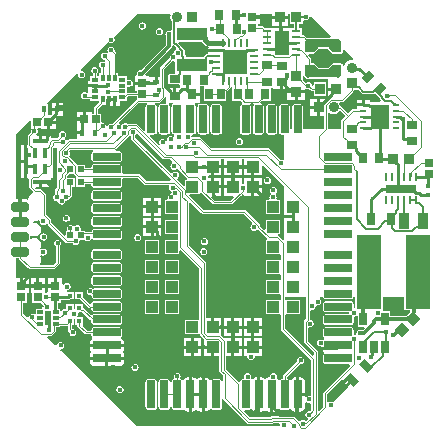
<source format=gtl>
G04*
G04 #@! TF.GenerationSoftware,Altium Limited,Altium NEXUS,3.0.10 (100)*
G04*
G04 Layer_Physical_Order=1*
G04 Layer_Color=255*
%FSLAX44Y44*%
%MOMM*%
G71*
G01*
G75*
%ADD11C,0.1000*%
%ADD12C,0.2000*%
%ADD14C,0.2540*%
G04:AMPARAMS|DCode=16|XSize=0.8mm|YSize=1.5mm|CornerRadius=0.2mm|HoleSize=0mm|Usage=FLASHONLY|Rotation=90.000|XOffset=0mm|YOffset=0mm|HoleType=Round|Shape=RoundedRectangle|*
%AMROUNDEDRECTD16*
21,1,0.8000,1.1000,0,0,90.0*
21,1,0.4000,1.5000,0,0,90.0*
1,1,0.4000,0.5500,0.2000*
1,1,0.4000,0.5500,-0.2000*
1,1,0.4000,-0.5500,-0.2000*
1,1,0.4000,-0.5500,0.2000*
%
%ADD16ROUNDEDRECTD16*%
%ADD17O,0.8000X0.2500*%
%ADD18O,0.2500X0.8000*%
%ADD19R,2.0500X2.0500*%
%ADD20R,0.3500X0.5750*%
%ADD21R,0.5750X0.3500*%
%ADD22R,0.7600X0.7200*%
%ADD23R,0.4200X0.6200*%
%ADD24R,0.7200X0.7600*%
%ADD25R,0.6200X0.4200*%
%ADD26R,0.4000X0.9500*%
%ADD27R,0.3500X2.3000*%
%ADD28R,1.3000X0.3500*%
%ADD29R,0.9300X1.3700*%
%ADD30R,2.6000X0.7900*%
%ADD31R,0.2500X0.7500*%
%ADD32R,0.6500X1.0500*%
%ADD33R,0.7000X0.9000*%
%ADD34R,0.8500X0.9500*%
%ADD35R,0.6500X0.6500*%
%ADD36R,2.6200X1.0900*%
%ADD37R,0.4500X0.4500*%
%ADD38R,0.9000X0.7000*%
%ADD39R,0.8000X0.2800*%
%ADD40R,1.2000X2.0000*%
%ADD41R,0.9500X0.8500*%
G04:AMPARAMS|DCode=42|XSize=0.885mm|YSize=0.7mm|CornerRadius=0.0035mm|HoleSize=0mm|Usage=FLASHONLY|Rotation=90.000|XOffset=0mm|YOffset=0mm|HoleType=Round|Shape=RoundedRectangle|*
%AMROUNDEDRECTD42*
21,1,0.8850,0.6930,0,0,90.0*
21,1,0.8780,0.7000,0,0,90.0*
1,1,0.0070,0.3465,0.4390*
1,1,0.0070,0.3465,-0.4390*
1,1,0.0070,-0.3465,-0.4390*
1,1,0.0070,-0.3465,0.4390*
%
%ADD42ROUNDEDRECTD42*%
G04:AMPARAMS|DCode=43|XSize=0.361mm|YSize=0.361mm|CornerRadius=0.0018mm|HoleSize=0mm|Usage=FLASHONLY|Rotation=315.000|XOffset=0mm|YOffset=0mm|HoleType=Round|Shape=RoundedRectangle|*
%AMROUNDEDRECTD43*
21,1,0.3610,0.3574,0,0,315.0*
21,1,0.3574,0.3610,0,0,315.0*
1,1,0.0036,0.0000,-0.2527*
1,1,0.0036,-0.2527,0.0000*
1,1,0.0036,0.0000,0.2527*
1,1,0.0036,0.2527,0.0000*
%
%ADD43ROUNDEDRECTD43*%
G04:AMPARAMS|DCode=44|XSize=0.537mm|YSize=0.537mm|CornerRadius=0.0027mm|HoleSize=0mm|Usage=FLASHONLY|Rotation=315.000|XOffset=0mm|YOffset=0mm|HoleType=Round|Shape=RoundedRectangle|*
%AMROUNDEDRECTD44*
21,1,0.5370,0.5316,0,0,315.0*
21,1,0.5316,0.5370,0,0,315.0*
1,1,0.0054,0.0000,-0.3759*
1,1,0.0054,-0.3759,0.0000*
1,1,0.0054,0.0000,0.3759*
1,1,0.0054,0.3759,0.0000*
%
%ADD44ROUNDEDRECTD44*%
G04:AMPARAMS|DCode=45|XSize=0.537mm|YSize=0.537mm|CornerRadius=0.0027mm|HoleSize=0mm|Usage=FLASHONLY|Rotation=225.000|XOffset=0mm|YOffset=0mm|HoleType=Round|Shape=RoundedRectangle|*
%AMROUNDEDRECTD45*
21,1,0.5370,0.5316,0,0,225.0*
21,1,0.5316,0.5370,0,0,225.0*
1,1,0.0054,-0.3759,0.0000*
1,1,0.0054,0.0000,0.3759*
1,1,0.0054,0.3759,0.0000*
1,1,0.0054,0.0000,-0.3759*
%
%ADD45ROUNDEDRECTD45*%
G04:AMPARAMS|DCode=46|XSize=0.361mm|YSize=0.361mm|CornerRadius=0.0018mm|HoleSize=0mm|Usage=FLASHONLY|Rotation=225.000|XOffset=0mm|YOffset=0mm|HoleType=Round|Shape=RoundedRectangle|*
%AMROUNDEDRECTD46*
21,1,0.3610,0.3574,0,0,225.0*
21,1,0.3574,0.3610,0,0,225.0*
1,1,0.0036,-0.2527,0.0000*
1,1,0.0036,0.0000,0.2527*
1,1,0.0036,0.2527,0.0000*
1,1,0.0036,0.0000,-0.2527*
%
%ADD46ROUNDEDRECTD46*%
G04:AMPARAMS|DCode=47|XSize=2.54mm|YSize=0.76mm|CornerRadius=0.0038mm|HoleSize=0mm|Usage=FLASHONLY|Rotation=180.000|XOffset=0mm|YOffset=0mm|HoleType=Round|Shape=RoundedRectangle|*
%AMROUNDEDRECTD47*
21,1,2.5400,0.7524,0,0,180.0*
21,1,2.5324,0.7600,0,0,180.0*
1,1,0.0076,-1.2662,0.3762*
1,1,0.0076,1.2662,0.3762*
1,1,0.0076,1.2662,-0.3762*
1,1,0.0076,-1.2662,-0.3762*
%
%ADD47ROUNDEDRECTD47*%
%ADD48R,0.6500X1.1000*%
%ADD49R,2.1500X6.3000*%
G04:AMPARAMS|DCode=50|XSize=0.95mm|YSize=0.85mm|CornerRadius=0mm|HoleSize=0mm|Usage=FLASHONLY|Rotation=135.000|XOffset=0mm|YOffset=0mm|HoleType=Round|Shape=Rectangle|*
%AMROTATEDRECTD50*
4,1,4,0.6364,-0.0354,0.0354,-0.6364,-0.6364,0.0354,-0.0354,0.6364,0.6364,-0.0354,0.0*
%
%ADD50ROTATEDRECTD50*%

G04:AMPARAMS|DCode=51|XSize=1.05mm|YSize=0.65mm|CornerRadius=0mm|HoleSize=0mm|Usage=FLASHONLY|Rotation=135.000|XOffset=0mm|YOffset=0mm|HoleType=Round|Shape=Rectangle|*
%AMROTATEDRECTD51*
4,1,4,0.6010,-0.1414,0.1414,-0.6010,-0.6010,0.1414,-0.1414,0.6010,0.6010,-0.1414,0.0*
%
%ADD51ROTATEDRECTD51*%

G04:AMPARAMS|DCode=53|XSize=0.9mm|YSize=0.7mm|CornerRadius=0mm|HoleSize=0mm|Usage=FLASHONLY|Rotation=45.000|XOffset=0mm|YOffset=0mm|HoleType=Round|Shape=Rectangle|*
%AMROTATEDRECTD53*
4,1,4,-0.0707,-0.5657,-0.5657,-0.0707,0.0707,0.5657,0.5657,0.0707,-0.0707,-0.5657,0.0*
%
%ADD53ROTATEDRECTD53*%

%ADD54R,1.0000X1.0000*%
%ADD55R,1.0000X1.0000*%
G04:AMPARAMS|DCode=56|XSize=0.75mm|YSize=2.4mm|CornerRadius=0.1875mm|HoleSize=0mm|Usage=FLASHONLY|Rotation=270.000|XOffset=0mm|YOffset=0mm|HoleType=Round|Shape=RoundedRectangle|*
%AMROUNDEDRECTD56*
21,1,0.7500,2.0250,0,0,270.0*
21,1,0.3750,2.4000,0,0,270.0*
1,1,0.3750,-1.0125,-0.1875*
1,1,0.3750,-1.0125,0.1875*
1,1,0.3750,1.0125,0.1875*
1,1,0.3750,1.0125,-0.1875*
%
%ADD56ROUNDEDRECTD56*%
G04:AMPARAMS|DCode=57|XSize=0.75mm|YSize=2.4mm|CornerRadius=0.1875mm|HoleSize=0mm|Usage=FLASHONLY|Rotation=0.000|XOffset=0mm|YOffset=0mm|HoleType=Round|Shape=RoundedRectangle|*
%AMROUNDEDRECTD57*
21,1,0.7500,2.0250,0,0,0.0*
21,1,0.3750,2.4000,0,0,0.0*
1,1,0.3750,0.1875,-1.0125*
1,1,0.3750,-0.1875,-1.0125*
1,1,0.3750,-0.1875,1.0125*
1,1,0.3750,0.1875,1.0125*
%
%ADD57ROUNDEDRECTD57*%
%ADD58R,0.5500X0.5500*%
%ADD59R,0.4500X0.4500*%
%ADD60R,0.5200X0.3200*%
%ADD61R,0.5000X1.2600*%
%ADD62R,0.7400X0.7800*%
%ADD106C,0.5000*%
%ADD107R,1.6000X2.0000*%
%ADD108R,0.6000X0.2500*%
%ADD109C,0.3000*%
%ADD110C,0.4000*%
%ADD111R,0.9000X0.9000*%
%ADD112C,0.9000*%
%ADD113R,0.9000X0.9000*%
%ADD114C,0.4000*%
%ADD115C,0.4500*%
G36*
X244000Y348500D02*
X247211D01*
Y344650D01*
X245290D01*
Y344790D01*
X238020D01*
Y332250D01*
X235480D01*
Y344790D01*
X228210D01*
Y344650D01*
X222348D01*
X221991Y345512D01*
X221405Y346098D01*
X220257Y346574D01*
X216600D01*
Y348210D01*
X218140D01*
Y353280D01*
X212000D01*
Y355820D01*
X218140D01*
Y356852D01*
X228960D01*
Y355520D01*
X235750D01*
X242540D01*
Y356852D01*
X244000D01*
Y348500D01*
D02*
G37*
G36*
X278352Y338009D02*
X277866Y336836D01*
X259338D01*
X259328Y336831D01*
X259324Y336833D01*
X258545Y336511D01*
X258429Y336395D01*
X256426Y338398D01*
X255278Y338874D01*
X254959D01*
X254250Y339850D01*
Y344650D01*
X251289D01*
Y348500D01*
X254500D01*
Y351252D01*
X255770Y351931D01*
X256080Y351724D01*
X257250Y351491D01*
X258421Y351724D01*
X259413Y352387D01*
X260076Y353380D01*
X260260Y354305D01*
X260977Y354689D01*
X261552Y354808D01*
X278352Y338009D01*
D02*
G37*
G36*
X142808Y355582D02*
X142543Y354250D01*
X142970Y352104D01*
X143858Y350774D01*
X143766Y350636D01*
X143611Y349856D01*
Y343403D01*
X143170Y343055D01*
X142341Y342620D01*
X141392Y342809D01*
X140221Y342576D01*
X139229Y341913D01*
X138566Y340921D01*
X138333Y339750D01*
X138566Y338579D01*
X138843Y338165D01*
Y330717D01*
X117376Y309250D01*
X117006Y309324D01*
X115835Y309091D01*
X114843Y308428D01*
X114180Y307435D01*
X113947Y306265D01*
X114018Y305910D01*
X113072Y304640D01*
X112360D01*
Y299570D01*
X118500D01*
Y297030D01*
X112360D01*
Y291960D01*
X113900D01*
Y290324D01*
X106071D01*
X105750Y290538D01*
Y294617D01*
X107020Y295386D01*
X107750Y295241D01*
X108920Y295474D01*
X109913Y296137D01*
X110576Y297129D01*
X110809Y298300D01*
X110576Y299471D01*
X109913Y300463D01*
X108920Y301126D01*
X107750Y301359D01*
X107020Y301213D01*
X105750Y301983D01*
Y304000D01*
X98000D01*
X98000Y305270D01*
Y306750D01*
X96874D01*
Y323213D01*
X96398Y324361D01*
X95165Y325594D01*
X95291Y326230D01*
X95058Y327401D01*
X94395Y328393D01*
X93403Y329056D01*
X92233Y329289D01*
X91062Y329056D01*
X90070Y328393D01*
X89407Y327401D01*
X89174Y326230D01*
X89407Y325060D01*
X89747Y324550D01*
X88831Y323634D01*
X88170Y324076D01*
X87000Y324309D01*
X85829Y324076D01*
X84837Y323413D01*
X84174Y322421D01*
X83941Y321250D01*
X84174Y320079D01*
X84837Y319087D01*
X85829Y318424D01*
X86476Y318295D01*
X86930Y317621D01*
X86854Y317458D01*
X86091Y316591D01*
X85250Y316759D01*
X84080Y316526D01*
X83087Y315863D01*
X82424Y314870D01*
X82191Y313700D01*
X82424Y312529D01*
X83087Y311537D01*
X83626Y311177D01*
Y306750D01*
X82500D01*
Y305270D01*
X82500Y304000D01*
X80249D01*
Y306477D01*
X80788Y306837D01*
X81451Y307829D01*
X81684Y309000D01*
X81451Y310171D01*
X80788Y311163D01*
X79795Y311826D01*
X78625Y312059D01*
X77455Y311826D01*
X76462Y311163D01*
X75799Y310171D01*
X75566Y309000D01*
X75799Y307829D01*
X76462Y306837D01*
X77001Y306477D01*
Y304000D01*
X74750D01*
Y300540D01*
X73210D01*
Y297520D01*
X78625D01*
Y294980D01*
X73210D01*
Y290617D01*
X72845Y290354D01*
X71940Y290054D01*
X71201Y290548D01*
X70030Y290781D01*
X68860Y290548D01*
X67867Y289885D01*
X67204Y288893D01*
X66971Y287722D01*
X67204Y286552D01*
X67867Y285560D01*
X68860Y284897D01*
X70030Y284664D01*
X71201Y284897D01*
X71301Y284964D01*
X72116Y284626D01*
X74750D01*
Y283500D01*
X81912D01*
X82184Y282230D01*
X78152Y278198D01*
X77676Y277050D01*
Y272600D01*
X76040D01*
Y274140D01*
X70970D01*
Y268000D01*
X69700D01*
Y266730D01*
X63360D01*
Y261860D01*
Y257520D01*
X68000D01*
Y254980D01*
X63360D01*
Y251036D01*
X63075Y250917D01*
X56824D01*
X55676Y250442D01*
X55426Y250192D01*
X53943Y250505D01*
X53599Y251019D01*
Y252406D01*
X54262Y253398D01*
X54495Y254569D01*
X54262Y255739D01*
X53599Y256732D01*
X52607Y257395D01*
X51436Y257628D01*
X50266Y257395D01*
X49273Y256732D01*
X48610Y255739D01*
X48377Y254569D01*
X48504Y253933D01*
X46433Y251862D01*
X42422D01*
X41540Y252451D01*
Y253790D01*
X33770D01*
Y249500D01*
X31230D01*
Y253790D01*
X29227D01*
X28946Y255060D01*
X29663Y255539D01*
X30326Y256531D01*
X30559Y257702D01*
X30326Y258872D01*
X29987Y259380D01*
X30599Y260650D01*
X32960D01*
Y259110D01*
X38030D01*
Y265250D01*
X39300D01*
Y266520D01*
X45640D01*
Y270610D01*
X51390D01*
Y274980D01*
X46750D01*
X42110D01*
Y271390D01*
X39805D01*
X38850Y272150D01*
Y280350D01*
X38850D01*
X38416Y281397D01*
X63302Y306283D01*
X64472Y305657D01*
X64441Y305500D01*
X64674Y304329D01*
X65337Y303337D01*
X66329Y302674D01*
X67500Y302441D01*
X68671Y302674D01*
X69663Y303337D01*
X70326Y304329D01*
X70559Y305500D01*
X70326Y306670D01*
X69663Y307663D01*
X68671Y308326D01*
X67500Y308559D01*
X67343Y308528D01*
X66717Y309698D01*
X89986Y332966D01*
X90173Y332948D01*
X91165Y332285D01*
X92336Y332052D01*
X93506Y332285D01*
X94499Y332948D01*
X95162Y333940D01*
X95395Y335111D01*
X95162Y336281D01*
X94499Y337274D01*
X94480Y337461D01*
X113872Y356852D01*
X141863D01*
X142808Y355582D01*
D02*
G37*
G36*
X169687Y332680D02*
X172030Y330337D01*
X172030Y330337D01*
X173023Y329674D01*
X174193Y329441D01*
X174297D01*
X174975Y328171D01*
X174680Y327729D01*
X174638Y327520D01*
X181000D01*
Y324980D01*
X174638D01*
X174680Y324771D01*
X174822Y324559D01*
X174143Y323289D01*
X174000D01*
X174000Y323289D01*
X173220Y323134D01*
X172558Y322692D01*
X172558Y322692D01*
X171387Y321520D01*
X170944Y320859D01*
X170803Y320150D01*
X155511D01*
Y320978D01*
X155356Y321759D01*
X154914Y322420D01*
X154913Y322420D01*
X154814Y322520D01*
Y325720D01*
X154814Y325720D01*
X154658Y326500D01*
X154216Y327162D01*
X154216Y327162D01*
X149686Y331692D01*
X149417Y331871D01*
X149112Y332177D01*
X149598Y333350D01*
X169240D01*
X169687Y332680D01*
D02*
G37*
G36*
X279467Y323617D02*
X279468Y323613D01*
X280260Y323285D01*
X287190D01*
X287983Y323613D01*
X288311Y324406D01*
Y326391D01*
X289484Y326877D01*
X297262Y319098D01*
X296669Y317895D01*
X296250Y317950D01*
X294413Y317708D01*
X292700Y316999D01*
X291229Y315871D01*
X290101Y314400D01*
X289581Y313144D01*
X288311Y313397D01*
Y314094D01*
X287983Y314886D01*
X287190Y315215D01*
X280261D01*
X279468Y314886D01*
X279467Y314883D01*
X276019Y311436D01*
X267981D01*
X264533Y314883D01*
X264532Y314886D01*
X263740Y315215D01*
X261898D01*
Y318770D01*
X261423Y319918D01*
X259228Y322112D01*
X259715Y323285D01*
X263740D01*
X264532Y323613D01*
X264533Y323617D01*
X267981Y327065D01*
X276019D01*
X279467Y323617D01*
D02*
G37*
G36*
X146713Y328808D02*
X146713Y328808D01*
X146982Y328629D01*
X147538Y328072D01*
X147197Y326617D01*
X146611Y326226D01*
X145948Y325234D01*
X145789Y324431D01*
X145152Y323666D01*
X144580Y323264D01*
X143693Y323087D01*
X142701Y322424D01*
X142037Y321432D01*
X141805Y320261D01*
X141931Y319625D01*
X133952Y311646D01*
X133476Y310498D01*
Y303640D01*
X131770D01*
Y299000D01*
X129230D01*
Y303640D01*
X124860D01*
X124640Y304640D01*
X121771D01*
X121245Y305910D01*
X143194Y327859D01*
X143747Y328686D01*
X143941Y329661D01*
Y329785D01*
X145211Y330311D01*
X146713Y328808D01*
D02*
G37*
G36*
X144863Y317202D02*
X145380Y317305D01*
X146650Y316436D01*
Y307250D01*
X145998Y306250D01*
X140750D01*
Y297250D01*
X149812D01*
X150710Y296352D01*
X150710Y293960D01*
X149510Y293790D01*
X147520D01*
Y287750D01*
X144980D01*
Y293790D01*
X139242D01*
X139210Y293790D01*
X138011Y293695D01*
X137536Y294843D01*
X136724Y295655D01*
Y309825D01*
X144227Y317329D01*
X144863Y317202D01*
D02*
G37*
G36*
X258545Y301989D02*
X259324Y301667D01*
X259328Y301669D01*
X259338Y301665D01*
X275609D01*
X275960Y300540D01*
X275960D01*
Y294520D01*
X282750D01*
Y291980D01*
X275960D01*
Y285960D01*
X275960D01*
X276347Y284772D01*
X275190Y284790D01*
Y284790D01*
X269420D01*
Y277750D01*
Y270710D01*
X272527D01*
Y259860D01*
X271749Y259082D01*
X255056D01*
Y277815D01*
X254833Y278937D01*
X254198Y279888D01*
X253247Y280523D01*
X252125Y280747D01*
X248375D01*
X247253Y280523D01*
X246302Y279888D01*
X245667Y278937D01*
X245444Y277815D01*
Y259082D01*
X244056D01*
Y277815D01*
X243833Y278937D01*
X243198Y279888D01*
X242247Y280523D01*
X241125Y280747D01*
X237375D01*
X236253Y280523D01*
X235302Y279888D01*
X234667Y278937D01*
X234444Y277815D01*
Y257565D01*
X234667Y256444D01*
X235302Y255492D01*
X236253Y254857D01*
X237375Y254634D01*
X238918D01*
Y234040D01*
X237670Y233346D01*
X236500Y233579D01*
X235864Y233452D01*
X226718Y242598D01*
X225570Y243074D01*
X177351D01*
X168361Y252064D01*
X167213Y252539D01*
X160882D01*
X160059Y253449D01*
X160718Y254634D01*
X161125D01*
X162247Y254857D01*
X163198Y255492D01*
X163833Y256444D01*
X164056Y257565D01*
Y277815D01*
X163833Y278937D01*
X163198Y279888D01*
X163082Y281493D01*
X163244Y281710D01*
X166068D01*
X166256Y281710D01*
X166418Y281493D01*
X166302Y279888D01*
X165667Y278937D01*
X165444Y277815D01*
Y257565D01*
X165667Y256444D01*
X166302Y255492D01*
X167253Y254857D01*
X168375Y254634D01*
X172125D01*
X173247Y254857D01*
X174198Y255492D01*
X174833Y256444D01*
X175056Y257565D01*
Y277815D01*
X174833Y278937D01*
X174198Y279888D01*
X173247Y280523D01*
X172125Y280747D01*
X169518D01*
X168375Y280747D01*
X168319Y280736D01*
X167642Y280816D01*
X167290Y281826D01*
X167290Y282448D01*
Y287480D01*
X161250D01*
Y290020D01*
X167290D01*
Y295500D01*
X170702D01*
X170750Y294250D01*
X170750D01*
Y283250D01*
X179750D01*
Y283250D01*
X181000D01*
Y283250D01*
X190000D01*
Y291334D01*
X190648Y291602D01*
X193328Y294282D01*
X193597Y294931D01*
X194846Y295296D01*
X194876Y295285D01*
X195000Y294250D01*
X195000D01*
Y283250D01*
X202202D01*
X202500Y283126D01*
X202584D01*
X202852Y282481D01*
X203471Y281862D01*
X203288Y280682D01*
X203191Y280482D01*
X202302Y279888D01*
X201667Y278937D01*
X201444Y277815D01*
Y257565D01*
X201667Y256444D01*
X202302Y255492D01*
X203253Y254857D01*
X204375Y254634D01*
X208125D01*
X209247Y254857D01*
X210198Y255492D01*
X210833Y256444D01*
X211056Y257565D01*
Y277815D01*
X210833Y278937D01*
X210219Y279856D01*
X210256Y280055D01*
X210630Y281126D01*
X212870D01*
X213244Y280055D01*
X213281Y279856D01*
X212667Y278937D01*
X212444Y277815D01*
Y257565D01*
X212667Y256444D01*
X213302Y255492D01*
X214253Y254857D01*
X215375Y254634D01*
X219125D01*
X220247Y254857D01*
X221198Y255492D01*
X221833Y256444D01*
X222056Y257565D01*
Y277815D01*
X221833Y278937D01*
X221198Y279888D01*
X220247Y280523D01*
X219125Y280747D01*
X219089D01*
X218563Y282017D01*
X219673Y283126D01*
X220000D01*
X220298Y283250D01*
X227500D01*
Y293955D01*
X228610Y294635D01*
X229710Y294267D01*
Y292960D01*
X235480D01*
Y299000D01*
X238020D01*
Y292960D01*
X241710D01*
Y292270D01*
X249000D01*
Y291000D01*
D01*
Y292270D01*
X256290D01*
Y293258D01*
X256329Y293295D01*
X257560Y293820D01*
X258153Y293424D01*
X259324Y293191D01*
X259960Y293318D01*
X261176Y292102D01*
X262324Y291626D01*
X264000D01*
Y287500D01*
X274500D01*
Y299000D01*
X264000D01*
Y296470D01*
X262730Y295922D01*
X262399Y296235D01*
X262377Y296279D01*
X262150Y297421D01*
X261487Y298413D01*
X260494Y299076D01*
X259324Y299309D01*
X258153Y299076D01*
X257294Y298502D01*
X254752Y301045D01*
X254750Y301048D01*
Y304258D01*
X256004Y304514D01*
X256020Y304514D01*
X258545Y301989D01*
D02*
G37*
G36*
X304508Y289558D02*
X305169Y289116D01*
X305950Y288961D01*
X305950Y288961D01*
X314214D01*
X314994Y289116D01*
X315655Y289558D01*
X315814D01*
X317689Y287683D01*
X317801Y287516D01*
X319945Y285372D01*
X320066Y284764D01*
X320508Y284102D01*
X320896Y283713D01*
X320410Y282540D01*
X311490D01*
Y283790D01*
X307220D01*
Y280000D01*
X305950D01*
Y278730D01*
X300410D01*
Y276624D01*
X297395D01*
X296247Y276148D01*
X293145Y273046D01*
X287412Y278779D01*
X286264Y279255D01*
X286158D01*
X286031Y279896D01*
X285389Y280856D01*
X286068Y282126D01*
X287759D01*
X288907Y282602D01*
X297398Y291092D01*
X297873Y292240D01*
Y292650D01*
X301416D01*
X304508Y289558D01*
D02*
G37*
G36*
X113900Y284540D02*
X113566Y284401D01*
X92869Y263703D01*
X92233Y263830D01*
X91062Y263597D01*
X90070Y262934D01*
X89508Y262094D01*
X88898Y262061D01*
X88186Y262228D01*
X88058Y262871D01*
X87395Y263863D01*
X86403Y264526D01*
X85232Y264759D01*
X85082Y264729D01*
X84100Y265535D01*
Y272600D01*
X80924D01*
Y276378D01*
X84690Y280144D01*
X85960Y279618D01*
Y279210D01*
X88980D01*
Y284625D01*
X91520D01*
Y279210D01*
X93980D01*
Y284625D01*
X96520D01*
Y279210D01*
X99540D01*
Y283500D01*
X105750D01*
Y286533D01*
X106519Y286852D01*
X106744Y287076D01*
X113900D01*
Y284540D01*
D02*
G37*
G36*
X290849Y270750D02*
X287747Y267648D01*
X287271Y266500D01*
Y259082D01*
X275845D01*
X275774Y259188D01*
Y273334D01*
X277044Y273678D01*
X278704Y272569D01*
X280850Y272142D01*
X282996Y272569D01*
X284815Y273784D01*
X285460Y274750D01*
X286724Y274875D01*
X290849Y270750D01*
D02*
G37*
G36*
X122802Y281617D02*
X123008Y280360D01*
X122302Y279888D01*
X121667Y278937D01*
X121444Y277815D01*
Y258636D01*
X120174Y258110D01*
X114636Y263648D01*
X113488Y264124D01*
X106304D01*
X106115Y264045D01*
X105676Y264339D01*
X104505Y264571D01*
X103335Y264339D01*
X102342Y263676D01*
X102149Y263386D01*
X101004Y262983D01*
X100590Y263166D01*
X99921Y263613D01*
X99292Y263738D01*
X98812Y265055D01*
X115387Y281630D01*
X122797D01*
X122802Y281617D01*
D02*
G37*
G36*
X139210Y286394D02*
Y281981D01*
X139190Y281683D01*
X138470Y280747D01*
X135375D01*
X134253Y280523D01*
X133302Y279888D01*
X132667Y278937D01*
X132444Y277815D01*
Y257565D01*
X132667Y256444D01*
X133302Y255492D01*
X134253Y254857D01*
X135375Y254634D01*
X139125D01*
X140247Y254857D01*
X141198Y255492D01*
X141833Y256444D01*
X142056Y257565D01*
Y277815D01*
X141833Y278937D01*
X141198Y279888D01*
X141082Y281493D01*
X141244Y281710D01*
X144256D01*
X144418Y281493D01*
X144302Y279888D01*
X143667Y278937D01*
X143444Y277815D01*
Y257565D01*
X143667Y256444D01*
X144302Y255492D01*
X145253Y254857D01*
X145670Y254774D01*
X146450Y253608D01*
X146357Y253197D01*
X145020Y252913D01*
X144028Y253576D01*
X142857Y253809D01*
X141686Y253576D01*
X140694Y252913D01*
X140031Y251921D01*
X139798Y250750D01*
X139989Y249792D01*
X138826Y249421D01*
X138163Y250413D01*
X137170Y251076D01*
X136000Y251309D01*
X134830Y251076D01*
X133837Y250413D01*
X133174Y249421D01*
X132941Y248250D01*
X133174Y247080D01*
X133524Y246556D01*
X132537Y245747D01*
X124920Y253364D01*
X125446Y254634D01*
X128125D01*
X129247Y254857D01*
X130198Y255492D01*
X130833Y256444D01*
X131056Y257565D01*
Y277815D01*
X130833Y278937D01*
X130198Y279888D01*
X129492Y280360D01*
X129698Y281617D01*
X129703Y281630D01*
X133075D01*
X134223Y282105D01*
X137536Y285418D01*
X138011Y286566D01*
X139210Y286394D01*
D02*
G37*
G36*
X108931Y253564D02*
X109348Y253224D01*
Y251389D01*
X109824Y250241D01*
X143074Y216991D01*
X142548Y215721D01*
X122031D01*
X116664Y221088D01*
X115515Y221564D01*
X102574D01*
X101711Y222834D01*
X101806Y223315D01*
Y227065D01*
X101583Y228187D01*
X100948Y229138D01*
X99997Y229774D01*
X98875Y229997D01*
X78625D01*
X77503Y229774D01*
X76552Y229138D01*
X75917Y228187D01*
X75694Y227065D01*
Y226814D01*
X70500D01*
Y228940D01*
X63467D01*
X63148Y229710D01*
X56605Y236252D01*
X56663Y236837D01*
X57326Y237829D01*
X57559Y239000D01*
X57326Y240170D01*
X56751Y241031D01*
X57481Y241998D01*
X76897D01*
X77451Y240822D01*
X77435Y240728D01*
X76552Y240138D01*
X75917Y239187D01*
X75694Y238065D01*
Y234315D01*
X75917Y233194D01*
X76552Y232243D01*
X77503Y231607D01*
X78625Y231384D01*
X98875D01*
X99997Y231607D01*
X100948Y232243D01*
X101583Y233194D01*
X101806Y234315D01*
Y238065D01*
X101583Y239187D01*
X100948Y240138D01*
X99997Y240774D01*
X98875Y240997D01*
X96088D01*
X95836Y242267D01*
X96336Y242474D01*
X107648Y253786D01*
X108931Y253564D01*
D02*
G37*
G36*
X204710Y228960D02*
X212250D01*
Y227690D01*
X213520D01*
Y220150D01*
X219790D01*
Y228316D01*
X220963Y228802D01*
X238918Y210848D01*
Y201230D01*
X238710D01*
Y186150D01*
X238918D01*
Y184230D01*
X238710D01*
Y169150D01*
X238918D01*
Y166236D01*
X237648Y165710D01*
X234020Y169338D01*
X233822Y169420D01*
X234074Y170690D01*
X235250D01*
Y182690D01*
X223250D01*
Y174524D01*
X222077Y174038D01*
X218515Y177600D01*
Y177750D01*
X218040Y178898D01*
X206320Y190618D01*
X205171Y191094D01*
X170693D01*
X158270Y203517D01*
X158756Y204690D01*
X167250D01*
Y205488D01*
X167456Y205609D01*
X168520Y205877D01*
X170710Y203687D01*
Y203150D01*
X171247D01*
X178294Y196103D01*
X179442Y195627D01*
X193932D01*
X195080Y196103D01*
X202128Y203150D01*
X202790D01*
Y203647D01*
X203499Y204215D01*
X204710Y203681D01*
Y203150D01*
X210980D01*
Y210690D01*
Y218230D01*
X204710D01*
Y213642D01*
X203894Y213221D01*
X202790Y214000D01*
Y218230D01*
X196520D01*
Y210690D01*
X195250D01*
Y209421D01*
X187710D01*
Y203150D01*
X195876D01*
X196362Y201977D01*
X193260Y198875D01*
X180114D01*
X177012Y201977D01*
X177498Y203150D01*
X185790D01*
Y209421D01*
X178250D01*
Y210690D01*
X176980D01*
Y218230D01*
X174912D01*
X174534Y218918D01*
X175279Y220150D01*
X176980D01*
Y227690D01*
X178250D01*
Y228960D01*
X185790D01*
Y233841D01*
X187710D01*
Y228960D01*
X195250D01*
X202790D01*
Y233841D01*
X204710D01*
Y228960D01*
D02*
G37*
G36*
X136421Y234204D02*
X137569Y233728D01*
X142567D01*
X144306Y231989D01*
X143993Y230506D01*
X143479Y230163D01*
X142816Y229170D01*
X142583Y228000D01*
X142816Y226829D01*
X143479Y225837D01*
X144471Y225174D01*
X145642Y224941D01*
X146812Y225174D01*
X147694Y225763D01*
X147939Y225810D01*
X149150Y225565D01*
X149286Y225237D01*
X153710Y220813D01*
Y220150D01*
X154373D01*
X156481Y218042D01*
X156678Y217960D01*
X156426Y216690D01*
X155250D01*
Y211380D01*
X154077Y210894D01*
X148402Y216569D01*
X148641Y218126D01*
X148967Y218344D01*
X149630Y219336D01*
X149863Y220506D01*
X149630Y221677D01*
X148967Y222669D01*
X147975Y223332D01*
X146804Y223565D01*
X145633Y223332D01*
X144641Y222669D01*
X144298Y222155D01*
X142815Y221842D01*
X112595Y252062D01*
Y254477D01*
X113134Y254837D01*
X113478Y255351D01*
X114961Y255664D01*
X136421Y234204D01*
D02*
G37*
G36*
X24900Y266221D02*
Y260650D01*
X24900Y260650D01*
X25013Y259380D01*
X24674Y258872D01*
X24441Y257702D01*
X24568Y257066D01*
X22102Y254600D01*
X21626Y253452D01*
Y246290D01*
X21520D01*
Y232250D01*
Y218210D01*
X22316D01*
X22876Y217371D01*
Y210690D01*
X23352Y209542D01*
X26483Y206411D01*
X26133Y205046D01*
X25554Y204931D01*
X23735Y203715D01*
X22519Y201896D01*
X22092Y199750D01*
X22061Y199718D01*
X20500Y200029D01*
X16270D01*
Y193400D01*
X13730D01*
Y200029D01*
X11448D01*
Y254428D01*
X23727Y266707D01*
X24900Y266221D01*
D02*
G37*
G36*
X46020Y218210D02*
X46387D01*
X46939Y216940D01*
X46578Y216070D01*
Y209980D01*
X45072Y208474D01*
X44597Y207326D01*
Y204214D01*
X44058Y203853D01*
X43395Y202861D01*
X43162Y201690D01*
X43395Y200520D01*
X44058Y199527D01*
X45050Y198864D01*
X46220Y198631D01*
X47516Y197594D01*
X47549Y197430D01*
X48212Y196437D01*
X49205Y195774D01*
X50375Y195541D01*
X51546Y195774D01*
X52538Y196437D01*
X53201Y197430D01*
X53434Y198600D01*
X54595Y198941D01*
X55766Y199174D01*
X56758Y199837D01*
X57421Y200830D01*
X57510Y201278D01*
X57868Y201426D01*
X58898Y202456D01*
X59374Y203604D01*
Y210750D01*
X61500D01*
Y218250D01*
X54810D01*
Y219955D01*
X56296Y221440D01*
X60740D01*
X60852Y221171D01*
X62649Y219374D01*
X63000Y218250D01*
X63000Y218250D01*
X63000D01*
X63000Y218250D01*
Y210750D01*
X70500D01*
Y212876D01*
X75694D01*
Y212315D01*
X75917Y211194D01*
X76552Y210243D01*
X77503Y209607D01*
X78625Y209384D01*
X98875D01*
X99997Y209607D01*
X100948Y210243D01*
X101583Y211194D01*
X101806Y212315D01*
Y216065D01*
X101611Y217047D01*
X101679Y217327D01*
X102356Y218317D01*
X114843D01*
X120211Y212949D01*
X121359Y212474D01*
X140958D01*
X141636Y211204D01*
X141559Y211088D01*
X141327Y209918D01*
X141559Y208747D01*
X142223Y207755D01*
X143215Y207092D01*
X143793Y205849D01*
X143214Y204731D01*
X142136Y204516D01*
X141144Y203853D01*
X140481Y202861D01*
X140248Y201690D01*
X140393Y200960D01*
X139624Y199690D01*
X138250D01*
Y187690D01*
X149376D01*
Y182690D01*
X138250D01*
Y170690D01*
X149376D01*
Y165690D01*
X138250D01*
Y153690D01*
X150250D01*
Y156496D01*
X151423Y156982D01*
X166960Y141446D01*
Y97690D01*
X155250D01*
Y85690D01*
X167250D01*
X167250Y85690D01*
Y85690D01*
X167357Y85440D01*
X167435Y85259D01*
X167974Y84720D01*
X167974Y84720D01*
X168008Y84686D01*
X169479Y83215D01*
X168668Y82230D01*
X167571Y82230D01*
X162520D01*
Y75960D01*
X168790D01*
Y80966D01*
X168790Y82108D01*
X169774Y82920D01*
X170710Y81984D01*
Y75960D01*
X178250D01*
Y74690D01*
X179520D01*
Y67150D01*
X183960D01*
Y54802D01*
X184435Y53654D01*
X187059Y51031D01*
Y46532D01*
X185883Y45988D01*
X185789Y46004D01*
X185198Y46888D01*
X184247Y47523D01*
X183125Y47747D01*
X179375D01*
X178253Y47523D01*
X177412Y46961D01*
X177241Y46897D01*
X175912Y47094D01*
X175308Y47998D01*
X173848Y48974D01*
X172125Y49317D01*
X171520D01*
Y34690D01*
Y20064D01*
X172125D01*
X173848Y20406D01*
X175308Y21382D01*
X175912Y22287D01*
X177241Y22483D01*
X177412Y22419D01*
X178253Y21857D01*
X179375Y21634D01*
X183125D01*
X184247Y21857D01*
X185198Y22493D01*
X185833Y23444D01*
X186056Y24565D01*
Y30657D01*
X187326Y30910D01*
X187534Y30408D01*
X207465Y10477D01*
X208613Y10001D01*
X228209D01*
X229357Y10477D01*
X229756Y10876D01*
X234935D01*
X235762Y9606D01*
X235641Y9000D01*
X235660Y8908D01*
X234617Y7638D01*
X113872D01*
X49516Y71994D01*
X49516Y72003D01*
X50016Y73290D01*
X50691Y73424D01*
X51684Y74087D01*
X52347Y75079D01*
X52580Y76250D01*
X52347Y77421D01*
X51684Y78413D01*
X50691Y79076D01*
X49521Y79309D01*
X48350Y79076D01*
X47358Y78413D01*
X46695Y77421D01*
X46561Y76745D01*
X45274Y76245D01*
X45265Y76245D01*
X38267Y83242D01*
X38753Y84416D01*
X41220D01*
X42368Y84891D01*
X44823Y87346D01*
X45299Y88494D01*
Y91965D01*
X49375D01*
Y92942D01*
X55086D01*
X55713Y92523D01*
Y89849D01*
X56188Y88701D01*
X57063Y87826D01*
X56936Y87190D01*
X57169Y86020D01*
X57832Y85028D01*
X58825Y84364D01*
X59995Y84132D01*
X61166Y84364D01*
X62158Y85028D01*
X62821Y86020D01*
X63054Y87190D01*
X62821Y88361D01*
X62158Y89353D01*
X61166Y90016D01*
X59995Y90249D01*
X58960Y91267D01*
Y93565D01*
X60586D01*
Y98012D01*
X61783Y99234D01*
X61971D01*
X62086Y99059D01*
Y93565D01*
X63713D01*
Y92854D01*
X64188Y91706D01*
X69852Y86042D01*
X71000Y85567D01*
X75694D01*
Y85315D01*
X75917Y84194D01*
X76479Y83352D01*
X76543Y83181D01*
X76346Y81853D01*
X75442Y81248D01*
X74466Y79788D01*
X74124Y78065D01*
Y77460D01*
X88750D01*
X103377D01*
Y78065D01*
X103034Y79788D01*
X102058Y81248D01*
X101154Y81853D01*
X100957Y83181D01*
X101021Y83352D01*
X101583Y84194D01*
X101806Y85315D01*
Y89065D01*
X101583Y90187D01*
X100948Y91138D01*
X99997Y91774D01*
X98875Y91997D01*
X78625D01*
X77503Y91774D01*
X76552Y91138D01*
X75917Y90187D01*
X75694Y89065D01*
Y88814D01*
X71673D01*
X68191Y92295D01*
X68586Y93565D01*
X68586D01*
Y100065D01*
X64219D01*
X63929Y100482D01*
X63656Y101335D01*
X64162Y102093D01*
X64395Y103263D01*
X64351Y103486D01*
X65358Y104756D01*
X67879D01*
X74688Y97947D01*
X75694Y97530D01*
Y96315D01*
X75917Y95194D01*
X76552Y94243D01*
X77503Y93607D01*
X78625Y93384D01*
X98875D01*
X99997Y93607D01*
X100948Y94243D01*
X101583Y95194D01*
X101806Y96315D01*
Y100065D01*
X101583Y101187D01*
X100948Y102138D01*
X99997Y102774D01*
X98875Y102997D01*
X78625D01*
X77503Y102774D01*
X76552Y102138D01*
X76522Y102093D01*
X75258Y101969D01*
X69589Y107638D01*
X68586Y108053D01*
Y109989D01*
X68586Y111164D01*
X69549Y111996D01*
X73504Y108042D01*
X74652Y107567D01*
X75694D01*
Y107315D01*
X75917Y106194D01*
X76552Y105243D01*
X77503Y104607D01*
X78625Y104384D01*
X98875D01*
X99997Y104607D01*
X100948Y105243D01*
X101583Y106194D01*
X101806Y107315D01*
Y111065D01*
X101583Y112187D01*
X100948Y113138D01*
X99997Y113773D01*
X98875Y113997D01*
X78625D01*
X77503Y113773D01*
X76552Y113138D01*
X75917Y112187D01*
X75889Y112045D01*
X74511Y111628D01*
X68586Y117552D01*
Y121756D01*
X62086D01*
Y115256D01*
X66290D01*
X69327Y112219D01*
X68494Y111256D01*
X67354Y111256D01*
X62086D01*
Y107856D01*
X61336Y107420D01*
X60586Y107856D01*
Y111256D01*
X54086D01*
Y108182D01*
X53313Y107041D01*
X52142Y106808D01*
X51150Y106145D01*
X50645Y105390D01*
X49465Y105564D01*
X49375Y105601D01*
Y107165D01*
X47189D01*
Y111950D01*
X49575D01*
Y114536D01*
X55681D01*
X56567Y114712D01*
X57317Y115214D01*
X57359Y115256D01*
X60586D01*
Y121756D01*
X55298D01*
X55173Y123026D01*
X56171Y123224D01*
X57163Y123887D01*
X57826Y124880D01*
X58059Y126050D01*
X57826Y127220D01*
X57163Y128213D01*
X56171Y128876D01*
X55000Y129109D01*
X53829Y128876D01*
X52837Y128213D01*
X52385Y127536D01*
X51115Y127911D01*
Y133090D01*
X46145D01*
Y126650D01*
X44875D01*
Y125380D01*
X38635D01*
Y121837D01*
X37431Y120782D01*
X36727Y120884D01*
X36615Y121075D01*
Y125380D01*
X24135D01*
Y120210D01*
X25675D01*
Y111950D01*
X32979D01*
X35254Y109675D01*
X35247Y109473D01*
X35191Y109190D01*
X34547Y108405D01*
X33835D01*
Y107165D01*
X28375D01*
Y103168D01*
X27105Y102494D01*
X26670Y102785D01*
X25500Y103018D01*
X24330Y102785D01*
X23337Y102122D01*
X22674Y101129D01*
X22592Y100714D01*
X21213Y100296D01*
X18058Y103451D01*
Y111950D01*
X21135D01*
Y120210D01*
X22675D01*
Y125380D01*
X16435D01*
Y126650D01*
X15165D01*
Y133090D01*
X11448D01*
Y150241D01*
X14051D01*
X14466Y149238D01*
X22162Y141542D01*
X23310Y141067D01*
X43690D01*
X44838Y141542D01*
X48398Y145102D01*
X48874Y146250D01*
Y160365D01*
X49413Y160725D01*
X50076Y161717D01*
X50309Y162888D01*
X50076Y164058D01*
X49413Y165051D01*
X48421Y165714D01*
X47250Y165947D01*
X46080Y165714D01*
X45087Y165051D01*
X44424Y164058D01*
X44191Y162888D01*
X44424Y161717D01*
X45087Y160725D01*
X45626Y160365D01*
Y146923D01*
X43018Y144314D01*
X32745D01*
X32066Y145584D01*
X32881Y146804D01*
X33308Y148950D01*
X32881Y151096D01*
X32276Y152001D01*
X33192Y152917D01*
X33866Y152466D01*
X35036Y152234D01*
X36207Y152466D01*
X37199Y153130D01*
X37862Y154122D01*
X38095Y155292D01*
X37862Y156463D01*
X37199Y157455D01*
X36207Y158118D01*
X35036Y158351D01*
X33866Y158118D01*
X33173Y157656D01*
X32258Y158571D01*
X32881Y159504D01*
X33308Y161650D01*
X32881Y163796D01*
X31665Y165615D01*
X29846Y166831D01*
X27700Y167258D01*
X25554Y166831D01*
X24829Y166346D01*
X23559Y167025D01*
Y168975D01*
X24829Y169654D01*
X25554Y169169D01*
X27700Y168742D01*
X29846Y169169D01*
X31665Y170385D01*
X32881Y172204D01*
X33308Y174350D01*
X32881Y176496D01*
X31665Y178315D01*
X29846Y179531D01*
X27700Y179958D01*
X27394Y179897D01*
X26408Y180700D01*
X27394Y181503D01*
X27700Y181442D01*
X29846Y181869D01*
X30962Y182615D01*
X32105Y181851D01*
X31977Y181211D01*
X32210Y180040D01*
X32873Y179048D01*
X33866Y178385D01*
X35036Y178152D01*
X36207Y178385D01*
X37199Y179048D01*
X38626Y178897D01*
X38760Y178573D01*
X54167Y163165D01*
X55315Y162690D01*
X59727D01*
X60087Y162150D01*
X61080Y161487D01*
X62250Y161255D01*
X63421Y161487D01*
X64413Y162150D01*
X65076Y163143D01*
X65309Y164313D01*
X65276Y164480D01*
X66309Y165750D01*
X70068D01*
X70337Y165347D01*
X71329Y164685D01*
X72500Y164452D01*
X73671Y164685D01*
X74663Y165347D01*
X75143Y166066D01*
X76298Y166263D01*
X76552Y166243D01*
X77503Y165607D01*
X78625Y165384D01*
X98875D01*
X99997Y165607D01*
X100948Y166243D01*
X101583Y167194D01*
X101806Y168315D01*
Y172065D01*
X101583Y173187D01*
X100948Y174138D01*
X99997Y174774D01*
X98875Y174997D01*
X78625D01*
X77503Y174774D01*
X76552Y174138D01*
X75917Y173187D01*
X75807Y172634D01*
X70500D01*
Y173250D01*
X67276D01*
X66492Y174520D01*
X66631Y175219D01*
X66398Y176390D01*
X65735Y177382D01*
X64743Y178045D01*
X63573Y178278D01*
X62402Y178045D01*
X61410Y177382D01*
X59991Y177546D01*
X59913Y177663D01*
X58920Y178326D01*
X57750Y178559D01*
X56579Y178326D01*
X55587Y177663D01*
X54924Y176670D01*
X54691Y175500D01*
X54886Y174520D01*
X54638Y173946D01*
X54118Y173250D01*
X54000D01*
Y169584D01*
X52827Y169098D01*
X41531Y180394D01*
Y182344D01*
X41056Y183492D01*
X37374Y187174D01*
Y203181D01*
X36898Y204329D01*
X32930Y208297D01*
X31782Y208773D01*
X28845D01*
X28242Y209520D01*
X28763Y210710D01*
X31230D01*
Y215000D01*
X32500D01*
Y216270D01*
X41540D01*
Y218210D01*
X43480D01*
Y232250D01*
X46020D01*
Y218210D01*
D02*
G37*
G36*
X299250Y108853D02*
X297980Y107923D01*
X297806Y107979D01*
Y111065D01*
X297583Y112187D01*
X296948Y113138D01*
X295997Y113773D01*
X294875Y113997D01*
X274625D01*
X273503Y113773D01*
X272552Y113138D01*
X271917Y112187D01*
X271694Y111065D01*
Y107315D01*
X271917Y106194D01*
X272552Y105243D01*
X273503Y104607D01*
X274625Y104384D01*
X293513D01*
X293708Y103771D01*
X292881Y102997D01*
X274625D01*
X273503Y102774D01*
X272552Y102138D01*
X271917Y101187D01*
X271694Y100065D01*
Y96315D01*
X271917Y95194D01*
X272552Y94243D01*
X273503Y93607D01*
X274625Y93384D01*
X294875D01*
X295997Y93607D01*
X296948Y94243D01*
X297583Y95194D01*
X297806Y96315D01*
Y99402D01*
X298135Y100632D01*
X299305Y100864D01*
X299980Y101315D01*
X301049Y100916D01*
X301250Y100753D01*
Y92000D01*
X306708D01*
X307194Y90827D01*
X305324Y88956D01*
X304605D01*
X304191Y89233D01*
X303020Y89466D01*
X301849Y89233D01*
X300857Y88570D01*
X300194Y87577D01*
X299961Y86407D01*
X300143Y85492D01*
X299276Y84671D01*
X298054Y85051D01*
X297806Y85979D01*
Y89065D01*
X297583Y90187D01*
X296948Y91138D01*
X295997Y91774D01*
X294875Y91997D01*
X274625D01*
X273503Y91774D01*
X272552Y91138D01*
X271917Y90187D01*
X271694Y89065D01*
Y85315D01*
X271917Y84193D01*
X272479Y83352D01*
X272543Y83181D01*
X272346Y81853D01*
X271442Y81248D01*
X271274Y80997D01*
X270932Y81226D01*
X269762Y81459D01*
X268591Y81226D01*
X267599Y80563D01*
X266936Y79570D01*
X266703Y78400D01*
X266936Y77229D01*
X267599Y76237D01*
X268591Y75574D01*
X269762Y75341D01*
X270161Y74126D01*
X270466Y72593D01*
X271442Y71132D01*
X272346Y70528D01*
X272543Y69200D01*
X272479Y69028D01*
X271917Y68187D01*
X271694Y67065D01*
Y63315D01*
X271917Y62193D01*
X272552Y61242D01*
X273503Y60607D01*
X274625Y60384D01*
X294041D01*
X294568Y59114D01*
X272664Y37211D01*
X272189Y36063D01*
Y24457D01*
X268297Y20565D01*
X267124Y21051D01*
Y71083D01*
X266648Y72231D01*
X258874Y80006D01*
Y90985D01*
X260144Y91812D01*
X260750Y91691D01*
X261921Y91924D01*
X262913Y92587D01*
X263576Y93580D01*
X263809Y94750D01*
X263576Y95920D01*
X262913Y96913D01*
X261921Y97576D01*
X260750Y97809D01*
X260392Y98103D01*
Y105630D01*
X261662Y106404D01*
X262383Y106261D01*
X263553Y106494D01*
X264545Y107157D01*
X265208Y108149D01*
X265441Y109320D01*
X265441Y109321D01*
X265547Y109505D01*
X266541Y110299D01*
X267228Y110162D01*
X268399Y110395D01*
X269391Y111058D01*
X270054Y112050D01*
X270287Y113221D01*
X270054Y114391D01*
X269391Y115384D01*
X268996Y115648D01*
X269381Y116918D01*
X272101D01*
X272552Y116243D01*
X273503Y115607D01*
X274625Y115384D01*
X294875D01*
X295997Y115607D01*
X296948Y116243D01*
X297399Y116918D01*
X299250D01*
Y108853D01*
D02*
G37*
G36*
X340750Y106000D02*
X345253D01*
X345577Y105651D01*
X345771Y105267D01*
X345848Y104730D01*
X342437Y101318D01*
X342228Y101179D01*
X342098Y101049D01*
X328750D01*
Y105000D01*
X323402D01*
X322750Y106000D01*
Y116918D01*
X340750D01*
Y106000D01*
D02*
G37*
G36*
X257145Y98391D02*
X256102Y97348D01*
X255626Y96200D01*
Y79334D01*
X256102Y78186D01*
X263877Y70411D01*
Y67907D01*
X262703Y67421D01*
X239374Y90750D01*
Y101783D01*
X240250Y102690D01*
X240644Y102690D01*
X252250D01*
Y114690D01*
X240593D01*
X239639Y115707D01*
X239716Y116728D01*
X240000Y116918D01*
X257145D01*
Y98391D01*
D02*
G37*
G36*
X296888Y46092D02*
X292793Y41997D01*
X293331Y41460D01*
X279936Y28065D01*
X279545Y28326D01*
X278375Y28559D01*
X277204Y28326D01*
X276706Y27993D01*
X275436Y28613D01*
Y35390D01*
X287418Y47373D01*
X290997Y43794D01*
X295092Y47888D01*
X296888Y46092D01*
D02*
G37*
G36*
X168872Y188322D02*
X170020Y187847D01*
X204499D01*
X212056Y180289D01*
X211743Y178806D01*
X211229Y178463D01*
X210566Y177470D01*
X210333Y176300D01*
X210566Y175129D01*
X211229Y174137D01*
X212221Y173474D01*
X213392Y173241D01*
X214562Y173474D01*
X215555Y174137D01*
X215569Y174158D01*
X217204Y174319D01*
X224481Y167042D01*
X224678Y166960D01*
X224426Y165690D01*
X223250D01*
Y153690D01*
X235250D01*
X236126Y152783D01*
Y149597D01*
X235250Y148690D01*
X234856Y148690D01*
X223250D01*
Y136690D01*
X234856D01*
X235250Y136690D01*
X236126Y135783D01*
Y132597D01*
X235250Y131690D01*
X234856Y131690D01*
X223250D01*
Y119690D01*
X234856D01*
X235250Y119690D01*
X236126Y118783D01*
Y115597D01*
X235250Y114690D01*
X234856Y114690D01*
X223250D01*
Y102690D01*
X234856D01*
X235250Y102690D01*
X236126Y101783D01*
Y90078D01*
X236602Y88930D01*
X261877Y63655D01*
Y34267D01*
X260606Y33440D01*
X260000Y33560D01*
X258829Y33327D01*
X257896Y32704D01*
X257559Y32773D01*
X256626Y33138D01*
Y33420D01*
X251520D01*
Y20064D01*
X252125D01*
X253848Y20406D01*
X255308Y21382D01*
X256284Y22843D01*
X256626Y24565D01*
Y27864D01*
X257559Y28230D01*
X257896Y28299D01*
X258829Y27676D01*
X260000Y27443D01*
X260606Y27563D01*
X261877Y26736D01*
Y21923D01*
X260636Y20682D01*
X260000Y20809D01*
X258829Y20576D01*
X257837Y19913D01*
X257174Y18921D01*
X256941Y17750D01*
X257174Y16580D01*
X257837Y15587D01*
X258351Y15244D01*
X258664Y13761D01*
X256982Y12078D01*
X256046Y12703D01*
X254875Y12936D01*
X253704Y12703D01*
X252712Y12040D01*
X251091Y11899D01*
X247342Y15648D01*
X246194Y16124D01*
X228255D01*
X227107Y15648D01*
X226708Y15249D01*
X210114D01*
X204999Y20364D01*
X205525Y21634D01*
X208125D01*
X209247Y21857D01*
X210088Y22419D01*
X210259Y22483D01*
X211588Y22287D01*
X212192Y21382D01*
X213652Y20406D01*
X215375Y20064D01*
X215980D01*
Y34690D01*
Y49317D01*
X215375D01*
X213652Y48974D01*
X212262Y48045D01*
X212162Y48000D01*
X210728Y48093D01*
X210637Y48237D01*
X210826Y48520D01*
X211059Y49690D01*
X210826Y50861D01*
X210163Y51853D01*
X209170Y52516D01*
X208000Y52749D01*
X206829Y52516D01*
X205837Y51853D01*
X205174Y50861D01*
X204941Y49690D01*
X205075Y49017D01*
X204505Y47983D01*
X204470Y47941D01*
X204188Y47709D01*
X203253Y47523D01*
X202302Y46888D01*
X201749Y46061D01*
X201479Y45903D01*
X200323Y45691D01*
X189763Y56251D01*
Y67150D01*
X193980D01*
Y74690D01*
Y82230D01*
X187956D01*
X187021Y83166D01*
X187832Y84150D01*
X188929Y84150D01*
X193980D01*
Y90420D01*
X187710D01*
Y85414D01*
X187710Y84273D01*
X186726Y83461D01*
X185790Y84396D01*
Y90420D01*
X178250D01*
Y91690D01*
X176980D01*
Y99230D01*
X172540D01*
Y146289D01*
X172065Y147437D01*
X158228Y161274D01*
Y197170D01*
X159498Y197696D01*
X168872Y188322D01*
D02*
G37*
%LPC*%
G36*
X242540Y352980D02*
X237020D01*
Y346960D01*
X242540D01*
Y352980D01*
D02*
G37*
G36*
X234480D02*
X228960D01*
Y346960D01*
X234480D01*
Y352980D01*
D02*
G37*
G36*
X118750Y349809D02*
X117579Y349576D01*
X116587Y348913D01*
X115924Y347920D01*
X115691Y346750D01*
X115924Y345579D01*
X116587Y344587D01*
X117579Y343924D01*
X118750Y343691D01*
X119921Y343924D01*
X120913Y344587D01*
X121576Y345579D01*
X121809Y346750D01*
X121576Y347920D01*
X120913Y348913D01*
X119921Y349576D01*
X118750Y349809D01*
D02*
G37*
G36*
X133250Y344809D02*
X132079Y344576D01*
X131087Y343913D01*
X130424Y342920D01*
X130191Y341750D01*
X130424Y340579D01*
X131087Y339587D01*
X132079Y338924D01*
X133250Y338691D01*
X134421Y338924D01*
X135413Y339587D01*
X136076Y340579D01*
X136309Y341750D01*
X136076Y342920D01*
X135413Y343913D01*
X134421Y344576D01*
X133250Y344809D01*
D02*
G37*
G36*
X51390Y281890D02*
X48020D01*
Y277520D01*
X51390D01*
Y281890D01*
D02*
G37*
G36*
X45480D02*
X42110D01*
Y277520D01*
X45480D01*
Y281890D01*
D02*
G37*
G36*
X68430Y274140D02*
X63360D01*
Y269270D01*
X68430D01*
Y274140D01*
D02*
G37*
G36*
X45640Y263980D02*
X40570D01*
Y259110D01*
X45640D01*
Y263980D01*
D02*
G37*
G36*
X256290Y289730D02*
X250270D01*
Y284210D01*
X256290D01*
Y289730D01*
D02*
G37*
G36*
X247730D02*
X241710D01*
Y284210D01*
X247730D01*
Y289730D01*
D02*
G37*
G36*
X266880Y284790D02*
X261110D01*
Y279020D01*
X266880D01*
Y284790D01*
D02*
G37*
G36*
Y276480D02*
X261110D01*
Y270710D01*
X266880D01*
Y276480D01*
D02*
G37*
G36*
X230125Y280747D02*
X226375D01*
X225253Y280523D01*
X224302Y279888D01*
X223667Y278937D01*
X223444Y277815D01*
Y257565D01*
X223667Y256444D01*
X224302Y255492D01*
X225253Y254857D01*
X226375Y254634D01*
X230125D01*
X231247Y254857D01*
X232198Y255492D01*
X232833Y256444D01*
X233056Y257565D01*
Y277815D01*
X232833Y278937D01*
X232198Y279888D01*
X231247Y280523D01*
X230125Y280747D01*
D02*
G37*
G36*
X183125Y280747D02*
X179375D01*
X178253Y280523D01*
X177302Y279888D01*
X176667Y278937D01*
X176444Y277815D01*
Y257565D01*
X176667Y256444D01*
X177302Y255492D01*
X178253Y254857D01*
X179375Y254634D01*
X183125D01*
X184247Y254857D01*
X185198Y255492D01*
X185833Y256444D01*
X186056Y257565D01*
Y277815D01*
X185833Y278937D01*
X185198Y279888D01*
X184247Y280523D01*
X183125Y280747D01*
D02*
G37*
G36*
X200892Y251883D02*
X199721Y251650D01*
X198729Y250987D01*
X198066Y249995D01*
X197833Y248824D01*
X198066Y247654D01*
X198729Y246661D01*
X199721Y245998D01*
X200892Y245765D01*
X202062Y245998D01*
X203055Y246661D01*
X203718Y247654D01*
X203951Y248824D01*
X203718Y249995D01*
X203055Y250987D01*
X202062Y251650D01*
X200892Y251883D01*
D02*
G37*
G36*
X304680Y283790D02*
X300410D01*
Y281270D01*
X304680D01*
Y283790D01*
D02*
G37*
G36*
X210980Y226420D02*
X204710D01*
Y220150D01*
X210980D01*
Y226420D01*
D02*
G37*
G36*
X202790D02*
X196520D01*
Y220150D01*
X202790D01*
Y226420D01*
D02*
G37*
G36*
X193980D02*
X187710D01*
Y220150D01*
X193980D01*
Y226420D01*
D02*
G37*
G36*
X185790D02*
X179520D01*
Y220150D01*
X185790D01*
Y226420D01*
D02*
G37*
G36*
X224648Y219215D02*
X223477Y218982D01*
X222485Y218319D01*
X221822Y217327D01*
X221589Y216156D01*
X221822Y214986D01*
X222485Y213993D01*
X223477Y213330D01*
X224648Y213097D01*
X225819Y213330D01*
X226811Y213993D01*
X227474Y214986D01*
X227707Y216156D01*
X227474Y217327D01*
X226811Y218319D01*
X225819Y218982D01*
X224648Y219215D01*
D02*
G37*
G36*
X185790Y218230D02*
X179520D01*
Y211961D01*
X185790D01*
Y218230D01*
D02*
G37*
G36*
X193980D02*
X187710D01*
Y211961D01*
X193980D01*
Y218230D01*
D02*
G37*
G36*
X219790Y218230D02*
X213520D01*
Y211960D01*
X219790D01*
Y218230D01*
D02*
G37*
G36*
Y209420D02*
X213520D01*
Y203150D01*
X219790D01*
Y209420D01*
D02*
G37*
G36*
X229750Y210691D02*
X228580Y210458D01*
X227587Y209795D01*
X226924Y208803D01*
X226691Y207632D01*
X226924Y206462D01*
X227587Y205469D01*
X227340Y204107D01*
X227336Y204104D01*
X226673Y203112D01*
X226440Y201941D01*
X226635Y200960D01*
X226393Y200395D01*
X225868Y199690D01*
X223250D01*
Y187690D01*
X235250D01*
Y199690D01*
X233130D01*
X232605Y200395D01*
X232363Y200960D01*
X232558Y201941D01*
X232325Y203112D01*
X231662Y204104D01*
X231909Y205466D01*
X231913Y205469D01*
X232576Y206462D01*
X232809Y207632D01*
X232576Y208803D01*
X231913Y209795D01*
X230921Y210458D01*
X229750Y210691D01*
D02*
G37*
G36*
X18980Y246290D02*
X15960D01*
Y233520D01*
X18980D01*
Y246290D01*
D02*
G37*
G36*
Y230980D02*
X15960D01*
Y218210D01*
X18980D01*
Y230980D01*
D02*
G37*
G36*
X41540Y213730D02*
X33770D01*
Y210710D01*
X41540D01*
Y213730D01*
D02*
G37*
G36*
X98875Y207997D02*
X78625D01*
X77503Y207773D01*
X76552Y207138D01*
X75917Y206187D01*
X75694Y205065D01*
Y201315D01*
X75917Y200194D01*
X76552Y199243D01*
X77503Y198607D01*
X78625Y198384D01*
X98875D01*
X99997Y198607D01*
X100948Y199243D01*
X101583Y200194D01*
X101806Y201315D01*
Y205065D01*
X101583Y206187D01*
X100948Y207138D01*
X99997Y207773D01*
X98875Y207997D01*
D02*
G37*
G36*
X134790Y201230D02*
X128520D01*
Y194960D01*
X134790D01*
Y201230D01*
D02*
G37*
G36*
X125980D02*
X119710D01*
Y194960D01*
X125980D01*
Y201230D01*
D02*
G37*
G36*
X127250Y193690D02*
D01*
D01*
D01*
D02*
G37*
G36*
X98875Y196997D02*
X78625D01*
X77503Y196774D01*
X76552Y196138D01*
X75917Y195187D01*
X75694Y194065D01*
Y190315D01*
X75917Y189194D01*
X76552Y188243D01*
X77503Y187607D01*
X78625Y187384D01*
X98875D01*
X99997Y187607D01*
X100948Y188243D01*
X101583Y189194D01*
X101806Y190315D01*
Y194065D01*
X101583Y195187D01*
X100948Y196138D01*
X99997Y196774D01*
X98875Y196997D01*
D02*
G37*
G36*
X134790Y192420D02*
X128520D01*
Y186150D01*
X134790D01*
Y192420D01*
D02*
G37*
G36*
X125980D02*
X119710D01*
Y186150D01*
X125980D01*
Y192420D01*
D02*
G37*
G36*
X54500Y187059D02*
X53330Y186826D01*
X52337Y186163D01*
X51674Y185170D01*
X51441Y184000D01*
X51674Y182829D01*
X52337Y181837D01*
X53330Y181174D01*
X54500Y180941D01*
X55670Y181174D01*
X56663Y181837D01*
X57326Y182829D01*
X57559Y184000D01*
X57326Y185170D01*
X56663Y186163D01*
X55670Y186826D01*
X54500Y187059D01*
D02*
G37*
G36*
X134790Y184230D02*
X128520D01*
Y177960D01*
X134790D01*
Y184230D01*
D02*
G37*
G36*
X125980D02*
X119710D01*
Y177960D01*
X125980D01*
Y184230D01*
D02*
G37*
G36*
X98875Y185997D02*
X78625D01*
X77503Y185774D01*
X76552Y185138D01*
X75917Y184187D01*
X75694Y183065D01*
Y179315D01*
X75917Y178194D01*
X76552Y177243D01*
X77503Y176607D01*
X78625Y176384D01*
X98875D01*
X99997Y176607D01*
X100948Y177243D01*
X101583Y178194D01*
X101806Y179315D01*
Y183065D01*
X101583Y184187D01*
X100948Y185138D01*
X99997Y185774D01*
X98875Y185997D01*
D02*
G37*
G36*
X134790Y175420D02*
X128520D01*
Y169150D01*
X134790D01*
Y175420D01*
D02*
G37*
G36*
X125980D02*
X119710D01*
Y169150D01*
X125980D01*
Y175420D01*
D02*
G37*
G36*
X35221Y171072D02*
X34050Y170839D01*
X33058Y170176D01*
X32395Y169183D01*
X32162Y168013D01*
X32395Y166842D01*
X33058Y165850D01*
X34050Y165187D01*
X35221Y164954D01*
X36391Y165187D01*
X37383Y165850D01*
X38047Y166842D01*
X38279Y168013D01*
X38047Y169183D01*
X37383Y170176D01*
X36391Y170839D01*
X35221Y171072D01*
D02*
G37*
G36*
X115000Y170569D02*
X113829Y170336D01*
X112837Y169673D01*
X112174Y168681D01*
X111941Y167510D01*
X112174Y166340D01*
X112837Y165347D01*
X113829Y164685D01*
X115000Y164452D01*
X116171Y164685D01*
X117163Y165347D01*
X117826Y166340D01*
X118059Y167510D01*
X117826Y168681D01*
X117163Y169673D01*
X116171Y170336D01*
X115000Y170569D01*
D02*
G37*
G36*
X133250Y165690D02*
X121250D01*
Y153690D01*
X133250D01*
Y165690D01*
D02*
G37*
G36*
X98875Y157997D02*
X78625D01*
X77503Y157774D01*
X76552Y157138D01*
X75917Y156187D01*
X75694Y155065D01*
Y151315D01*
X75917Y150194D01*
X76552Y149243D01*
X77503Y148607D01*
X78625Y148384D01*
X98875D01*
X99997Y148607D01*
X100948Y149243D01*
X101583Y150194D01*
X101806Y151315D01*
Y155065D01*
X101583Y156187D01*
X100948Y157138D01*
X99997Y157774D01*
X98875Y157997D01*
D02*
G37*
G36*
Y146997D02*
X78625D01*
X77503Y146774D01*
X76552Y146138D01*
X75917Y145187D01*
X75694Y144065D01*
Y140315D01*
X75917Y139194D01*
X76552Y138243D01*
X77503Y137607D01*
X78625Y137384D01*
X98875D01*
X99997Y137607D01*
X100948Y138243D01*
X101583Y139194D01*
X101806Y140315D01*
Y144065D01*
X101583Y145187D01*
X100948Y146138D01*
X99997Y146774D01*
X98875Y146997D01*
D02*
G37*
G36*
X150250Y148690D02*
X138250D01*
Y136690D01*
X150250D01*
Y148690D01*
D02*
G37*
G36*
X133250D02*
X121250D01*
Y136690D01*
X133250D01*
Y148690D01*
D02*
G37*
G36*
X22675Y133090D02*
X17705D01*
Y127920D01*
X22675D01*
Y133090D01*
D02*
G37*
G36*
X43605Y133090D02*
X38635D01*
Y127920D01*
X43605D01*
Y133090D01*
D02*
G37*
G36*
X36615D02*
X31645D01*
Y127920D01*
X36615D01*
Y133090D01*
D02*
G37*
G36*
X29105D02*
X24135D01*
Y127920D01*
X29105D01*
Y133090D01*
D02*
G37*
G36*
X98875Y135997D02*
X78625D01*
X77503Y135774D01*
X76552Y135138D01*
X75917Y134187D01*
X75694Y133065D01*
Y129315D01*
X75917Y128194D01*
X76552Y127243D01*
X77503Y126607D01*
X78625Y126384D01*
X98875D01*
X99997Y126607D01*
X100948Y127243D01*
X101583Y128194D01*
X101806Y129315D01*
Y133065D01*
X101583Y134187D01*
X100948Y135138D01*
X99997Y135774D01*
X98875Y135997D01*
D02*
G37*
G36*
Y124997D02*
X78625D01*
X77503Y124774D01*
X76705Y124241D01*
X75924Y124762D01*
X74754Y124995D01*
X73583Y124762D01*
X72591Y124100D01*
X71928Y123107D01*
X71695Y121937D01*
X71928Y120766D01*
X72591Y119774D01*
X73583Y119111D01*
X74754Y118878D01*
X75798Y117791D01*
X75917Y117194D01*
X76552Y116243D01*
X77503Y115607D01*
X78625Y115384D01*
X98875D01*
X99997Y115607D01*
X100948Y116243D01*
X101583Y117194D01*
X101806Y118315D01*
Y122065D01*
X101583Y123187D01*
X100948Y124138D01*
X99997Y124774D01*
X98875Y124997D01*
D02*
G37*
G36*
X150250Y131690D02*
X138250D01*
Y119690D01*
X150250D01*
Y131690D01*
D02*
G37*
G36*
X133250D02*
X121250D01*
Y119690D01*
X133250D01*
Y131690D01*
D02*
G37*
G36*
X150250Y114690D02*
X138250D01*
Y102690D01*
X150250D01*
Y114690D01*
D02*
G37*
G36*
X133250D02*
X121250D01*
Y102690D01*
X133250D01*
Y114690D01*
D02*
G37*
G36*
X159980Y82230D02*
X153710D01*
Y75960D01*
X159980D01*
Y82230D01*
D02*
G37*
G36*
X176980Y73420D02*
X170710D01*
Y67150D01*
X176980D01*
Y73420D01*
D02*
G37*
G36*
X168790D02*
X162520D01*
Y67150D01*
X168790D01*
Y73420D01*
D02*
G37*
G36*
X159980D02*
X153710D01*
Y67150D01*
X159980D01*
Y73420D01*
D02*
G37*
G36*
X103377Y74920D02*
X88750D01*
X74124D01*
Y74315D01*
X74466Y72593D01*
X75442Y71132D01*
Y70248D01*
X74466Y68788D01*
X74124Y67065D01*
Y66460D01*
X88750D01*
Y65190D01*
D01*
Y66460D01*
X103377D01*
Y67065D01*
X103034Y68788D01*
X102058Y70248D01*
Y71132D01*
X103034Y72593D01*
X103377Y74315D01*
Y74920D01*
D02*
G37*
G36*
Y63920D02*
X90020D01*
Y58814D01*
X98875D01*
X100598Y59156D01*
X102058Y60132D01*
X103034Y61593D01*
X103377Y63315D01*
Y63920D01*
D02*
G37*
G36*
X87480D02*
X74124D01*
Y63315D01*
X74466Y61593D01*
X75442Y60132D01*
X76902Y59156D01*
X78625Y58814D01*
X87480D01*
Y63920D01*
D02*
G37*
G36*
X112650Y60684D02*
X111480Y60451D01*
X110487Y59788D01*
X109824Y58795D01*
X109591Y57625D01*
X109824Y56455D01*
X110487Y55462D01*
X111480Y54799D01*
X112650Y54566D01*
X113820Y54799D01*
X114813Y55462D01*
X115476Y56455D01*
X115709Y57625D01*
X115476Y58795D01*
X114813Y59788D01*
X113820Y60451D01*
X112650Y60684D01*
D02*
G37*
G36*
X148250Y53059D02*
X147079Y52826D01*
X146087Y52163D01*
X145424Y51171D01*
X145191Y50000D01*
X145420Y48851D01*
X145424Y48826D01*
X145253Y47523D01*
X144302Y46888D01*
X143667Y45937D01*
X143444Y44815D01*
Y36314D01*
X142056D01*
Y44815D01*
X141833Y45937D01*
X141198Y46888D01*
X140247Y47523D01*
X139125Y47747D01*
X135375D01*
X134253Y47523D01*
X133302Y46888D01*
X132667Y45937D01*
X132444Y44815D01*
Y24565D01*
X132667Y23444D01*
X133302Y22493D01*
X134253Y21857D01*
X135375Y21634D01*
X139125D01*
X140247Y21857D01*
X141198Y22493D01*
X141833Y23444D01*
X142056Y24565D01*
Y33067D01*
X143444D01*
Y24565D01*
X143667Y23444D01*
X144302Y22492D01*
X145253Y21857D01*
X146375Y21634D01*
X150125D01*
X151247Y21857D01*
X152088Y22419D01*
X152259Y22483D01*
X153588Y22287D01*
X154192Y21382D01*
X155652Y20406D01*
X157375Y20064D01*
X157980D01*
Y34690D01*
Y49317D01*
X157375D01*
X155652Y48974D01*
X154192Y47998D01*
X153588Y47094D01*
X152295Y46902D01*
X151233Y47629D01*
X151076Y48826D01*
X151080Y48851D01*
X151309Y50000D01*
X151076Y51171D01*
X150413Y52163D01*
X149421Y52826D01*
X148250Y53059D01*
D02*
G37*
G36*
X99800Y41809D02*
X98630Y41576D01*
X97637Y40913D01*
X96974Y39920D01*
X96741Y38750D01*
X96974Y37580D01*
X97637Y36587D01*
X98630Y35924D01*
X99800Y35691D01*
X100971Y35924D01*
X101963Y36587D01*
X102626Y37580D01*
X102859Y38750D01*
X102626Y39920D01*
X101963Y40913D01*
X100971Y41576D01*
X99800Y41809D01*
D02*
G37*
G36*
X128125Y47747D02*
X124375D01*
X123253Y47523D01*
X122302Y46888D01*
X121667Y45937D01*
X121444Y44815D01*
Y24565D01*
X121667Y23444D01*
X122302Y22492D01*
X123253Y21857D01*
X124375Y21634D01*
X128125D01*
X129247Y21857D01*
X130198Y22492D01*
X130833Y23444D01*
X131056Y24565D01*
Y44815D01*
X130833Y45937D01*
X130198Y46888D01*
X129247Y47523D01*
X128125Y47747D01*
D02*
G37*
G36*
X161125Y49317D02*
X160520D01*
Y34690D01*
Y20064D01*
X161125D01*
X162848Y20406D01*
X164308Y21382D01*
X165637Y21085D01*
X166652Y20406D01*
X168375Y20064D01*
X168980D01*
Y34690D01*
Y49317D01*
X168375D01*
X166652Y48974D01*
X165192Y47998D01*
X163863Y48296D01*
X162848Y48974D01*
X161125Y49317D01*
D02*
G37*
G36*
X171376Y167372D02*
X170206Y167139D01*
X169214Y166476D01*
X168550Y165484D01*
X168318Y164313D01*
X168550Y163143D01*
X169214Y162150D01*
X170206Y161487D01*
X171376Y161255D01*
X172547Y161487D01*
X173539Y162150D01*
X174202Y163143D01*
X174435Y164313D01*
X174202Y165484D01*
X173539Y166476D01*
X172547Y167139D01*
X171376Y167372D01*
D02*
G37*
G36*
X170892Y158701D02*
X169721Y158468D01*
X168729Y157805D01*
X168066Y156813D01*
X167833Y155642D01*
X168066Y154472D01*
X168729Y153479D01*
X169721Y152816D01*
X170892Y152584D01*
X172062Y152816D01*
X173055Y153479D01*
X173718Y154472D01*
X173951Y155642D01*
X173718Y156813D01*
X173055Y157805D01*
X172062Y158468D01*
X170892Y158701D01*
D02*
G37*
G36*
X219790Y99230D02*
X213520D01*
Y92960D01*
X219790D01*
Y99230D01*
D02*
G37*
G36*
X210980D02*
X204710D01*
Y92960D01*
X210980D01*
Y99230D01*
D02*
G37*
G36*
X202790Y99230D02*
X196520D01*
Y92960D01*
X202790D01*
Y99230D01*
D02*
G37*
G36*
X193980D02*
X187710D01*
Y92960D01*
X193980D01*
Y99230D01*
D02*
G37*
G36*
X185790D02*
X179520D01*
Y92960D01*
X185790D01*
Y99230D01*
D02*
G37*
G36*
X219790Y90420D02*
X213520D01*
Y84150D01*
X219790D01*
Y90420D01*
D02*
G37*
G36*
X210980D02*
X204710D01*
Y84150D01*
X210980D01*
Y90420D01*
D02*
G37*
G36*
X202790Y90420D02*
X196520D01*
Y84150D01*
X202790D01*
Y90420D01*
D02*
G37*
G36*
X219790Y82230D02*
X213520D01*
Y75960D01*
X219790D01*
Y82230D01*
D02*
G37*
G36*
X210980D02*
X204710D01*
Y75960D01*
X210980D01*
Y82230D01*
D02*
G37*
G36*
X202790D02*
X196520D01*
Y75960D01*
X202790D01*
Y82230D01*
D02*
G37*
G36*
Y73420D02*
X196520D01*
Y67150D01*
X202790D01*
Y73420D01*
D02*
G37*
G36*
X219790D02*
X204710D01*
Y67150D01*
X207456D01*
X207833Y66690D01*
X208066Y65520D01*
X208729Y64527D01*
X209721Y63864D01*
X210892Y63632D01*
X212062Y63864D01*
X213055Y64527D01*
X213718Y65520D01*
X213951Y66690D01*
X214328Y67150D01*
X219790D01*
Y73420D01*
D02*
G37*
G36*
X252750Y66559D02*
X251579Y66326D01*
X250587Y65663D01*
X249924Y64671D01*
X249691Y63500D01*
X249818Y62864D01*
X238102Y51148D01*
X237626Y50000D01*
Y47747D01*
X237375D01*
X236253Y47523D01*
X235412Y46961D01*
X235241Y46897D01*
X233912Y47094D01*
X233308Y47998D01*
X232561Y48498D01*
X232576Y48520D01*
X232809Y49690D01*
X232576Y50861D01*
X231913Y51853D01*
X230921Y52516D01*
X229750Y52749D01*
X228580Y52516D01*
X227587Y51853D01*
X226924Y50861D01*
X226691Y49690D01*
X225505Y49144D01*
X224652Y48974D01*
X223637Y48296D01*
X222308Y47998D01*
X220848Y48974D01*
X219125Y49317D01*
X218520D01*
Y34690D01*
Y20064D01*
X219125D01*
X220848Y20406D01*
X221863Y21085D01*
X223192Y21382D01*
X224652Y20406D01*
X226375Y20064D01*
X226980D01*
Y34690D01*
X229520D01*
Y20064D01*
X230125D01*
X231848Y20406D01*
X233308Y21382D01*
X233912Y22287D01*
X235241Y22483D01*
X235412Y22419D01*
X236253Y21857D01*
X237375Y21634D01*
X241125D01*
X242247Y21857D01*
X243088Y22419D01*
X243259Y22483D01*
X244588Y22287D01*
X245192Y21382D01*
X246652Y20406D01*
X248375Y20064D01*
X248980D01*
Y34690D01*
Y49317D01*
X248375D01*
X246652Y48974D01*
X245192Y47998D01*
X244588Y47094D01*
X243259Y46897D01*
X243088Y46961D01*
X242247Y47523D01*
X241125Y47747D01*
X240874D01*
Y49328D01*
X252114Y60568D01*
X252750Y60441D01*
X253920Y60674D01*
X254913Y61337D01*
X255576Y62330D01*
X255809Y63500D01*
X255576Y64671D01*
X254913Y65663D01*
X253920Y66326D01*
X252750Y66559D01*
D02*
G37*
G36*
X252125Y49317D02*
X251520D01*
Y35960D01*
X256626D01*
Y44815D01*
X256284Y46538D01*
X255308Y47998D01*
X253848Y48974D01*
X252125Y49317D01*
D02*
G37*
%LPD*%
D11*
X257250Y79334D02*
X265500Y71083D01*
X257250Y79334D02*
Y96200D01*
X258769Y97718D02*
Y193293D01*
X257250Y96200D02*
X258769Y97718D01*
X327810Y287775D02*
X328036Y288000D01*
X332629D01*
X325950Y287201D02*
X326524Y287775D01*
X327810D01*
X354760Y244260D02*
Y265868D01*
X332629Y288000D02*
X354760Y265868D01*
X344500Y234000D02*
Y234500D01*
X348250Y238250D01*
X348750D01*
X354760Y244260D01*
X268763Y253801D02*
X274150Y259188D01*
Y279536D01*
X278364Y283750D01*
X287759D01*
X296250Y292240D02*
Y298150D01*
X287759Y283750D02*
X296250Y292240D01*
X268763Y235700D02*
Y253801D01*
X271250Y232917D02*
X273647Y230520D01*
X271250Y232917D02*
Y233213D01*
X268763Y235700D02*
X271250Y233213D01*
X298250Y225581D02*
X300250Y223582D01*
X298250Y225581D02*
Y228463D01*
X296193Y230520D02*
X298250Y228463D01*
X273647Y230520D02*
X296193D01*
X87699Y249500D02*
X94528Y256329D01*
X63573Y249500D02*
X87699D01*
X56809Y243622D02*
X95188D01*
X57652Y247294D02*
X93910D01*
X106500Y257478D02*
X109522Y260500D01*
X95188Y243622D02*
X106500Y254934D01*
X93910Y247294D02*
X103000Y256384D01*
X106500Y254934D02*
Y257478D01*
X47946Y248250D02*
X50850D01*
X51436Y248836D02*
Y248856D01*
X50850Y248250D02*
X51436Y248836D01*
X48000Y240470D02*
X56824Y249294D01*
X63366D01*
X63573Y249500D01*
X54500Y239000D02*
X55074Y239574D01*
X51000Y237550D02*
X53050Y235500D01*
X51000Y237550D02*
Y240642D01*
X62000Y222319D02*
Y228562D01*
X53050Y235500D02*
X55062D01*
X62000Y228562D01*
X55074Y241887D02*
X56809Y243622D01*
X51000Y240642D02*
X57652Y247294D01*
X55074Y239574D02*
Y241887D01*
X48000Y231259D02*
Y240470D01*
X53313Y223582D02*
Y225946D01*
X48000Y231259D02*
X53313Y225946D01*
X48202Y216070D02*
X51187Y219055D01*
Y221456D01*
X53313Y223582D01*
X51436Y206801D02*
Y216476D01*
X53187Y218226D02*
Y220627D01*
X51436Y216476D02*
X53187Y218226D01*
Y220627D02*
X57750Y225190D01*
X48202Y209307D02*
Y216070D01*
X46220Y201690D02*
Y207326D01*
X48202Y209307D01*
X133075Y283253D02*
X136388Y286566D01*
X132888Y289600D02*
Y292245D01*
X135100Y310498D02*
X144863Y320261D01*
X136388Y286566D02*
Y293695D01*
X135100Y294983D02*
X136388Y293695D01*
X131288Y288000D02*
X132888Y289600D01*
X135100Y294983D02*
Y310498D01*
X119200Y288000D02*
X131288D01*
X225570Y241450D02*
X236500Y230520D01*
X176679Y241450D02*
X225570D01*
X167213Y250916D02*
X176679Y241450D01*
X157466Y247500D02*
X160882Y250916D01*
X167213D01*
X150194Y244552D02*
X152039D01*
X154675Y247500D02*
X157466D01*
X152039Y244552D02*
X152625Y245138D01*
Y245450D01*
X149642Y244000D02*
X150194Y244552D01*
X152625Y245450D02*
X154675Y247500D01*
X24500Y210690D02*
Y217371D01*
X35750Y186501D02*
X39908Y182344D01*
X24500Y210690D02*
X28041Y207149D01*
X31782D01*
X35750Y186501D02*
Y203181D01*
X31782Y207149D02*
X35750Y203181D01*
X36750Y225500D02*
Y226914D01*
Y223714D02*
Y225500D01*
X151000Y159701D02*
Y199062D01*
X55315Y164313D02*
X62250D01*
X255249Y10251D02*
X257451D01*
X104505Y261513D02*
X105317D01*
X157629Y219190D02*
X164872D01*
X137569Y235352D02*
X143240D01*
X109522Y260500D02*
X112421D01*
X150434Y226385D02*
Y228157D01*
X112421Y260500D02*
X137569Y235352D01*
X143240D02*
X150434Y228157D01*
X203626Y209126D02*
X204010Y209510D01*
X150434Y226385D02*
X157629Y219190D01*
X164872D02*
X169442Y214620D01*
Y207251D02*
Y214620D01*
Y207251D02*
X179442Y197251D01*
X193932D01*
X203626Y206945D02*
Y209126D01*
X193932Y197251D02*
X203626Y206945D01*
X39908Y179721D02*
X55315Y164313D01*
X39908Y179721D02*
Y182344D01*
X24500Y217371D02*
X25879Y218750D01*
X30371D01*
X33836Y222214D01*
X35250D02*
X36750Y223714D01*
X170020Y189470D02*
X205171D01*
X110971Y251389D02*
X145354Y217006D01*
X145668D01*
X216892Y176927D02*
Y177750D01*
X154750Y204741D02*
Y207925D01*
X145668Y217006D02*
X154750Y207925D01*
X110971Y251389D02*
Y257000D01*
X216892Y176927D02*
X225629Y168190D01*
X154750Y204741D02*
X170020Y189470D01*
X225629Y168190D02*
X232871D01*
X205171Y189470D02*
X216892Y177750D01*
X232871Y168190D02*
X237750Y163312D01*
Y90078D02*
Y163312D01*
Y90078D02*
X263500Y64328D01*
Y21250D02*
Y64328D01*
X260000Y17750D02*
X263500Y21250D01*
X105317Y261513D02*
X106304Y262500D01*
X254875Y9877D02*
X255249Y10251D01*
X257451D02*
X265500Y18300D01*
X161718Y237352D02*
X163606Y235464D01*
X106304Y262500D02*
X113488D01*
X138636Y237352D02*
X161718D01*
X216598Y235464D02*
X258769Y193293D01*
X265500Y18300D02*
Y71083D01*
X113488Y262500D02*
X138636Y237352D01*
X163606Y235464D02*
X216598D01*
X188682Y31556D02*
X208613Y11625D01*
X144503Y209800D02*
X147218D01*
X150697Y199365D02*
X151000Y199062D01*
X208613Y11625D02*
X228209D01*
X144385Y209918D02*
X144503Y209800D01*
X151000Y159701D02*
X168583Y142118D01*
Y86407D02*
Y142118D01*
Y86407D02*
X172967Y82024D01*
X183038D01*
X185583Y79479D01*
Y54802D02*
Y79479D01*
Y54802D02*
X188682Y51703D01*
Y31556D02*
Y51703D01*
X229084Y12500D02*
X243244D01*
X228209Y11625D02*
X229084Y12500D01*
X150697Y199365D02*
Y206321D01*
X243244Y12500D02*
X247553Y8191D01*
X147218Y209800D02*
X150697Y206321D01*
X298135Y81690D02*
X298250Y81575D01*
Y60500D02*
Y81575D01*
X273813Y36063D02*
X298250Y60500D01*
X273813Y23784D02*
Y36063D01*
X256406Y6377D02*
X273813Y23784D01*
X64379Y219940D02*
X115515D01*
X246194Y14500D02*
X251053Y9641D01*
X200145Y22922D02*
X209442Y13625D01*
X228255Y14500D02*
X246194D01*
X251053Y8749D02*
X253425Y6377D01*
X200145Y22922D02*
Y43573D01*
X188139Y55579D02*
X200145Y43573D01*
X188139Y55579D02*
Y79751D01*
X183533Y84357D02*
X188139Y79751D01*
X173462Y84357D02*
X183533D01*
X170917Y86902D02*
X173462Y84357D01*
X170917Y86902D02*
Y146289D01*
X156604Y160602D02*
X170917Y146289D01*
X156604Y160602D02*
Y198329D01*
X152697Y202236D02*
X156604Y198329D01*
X152697Y202236D02*
Y207149D01*
X145749Y214097D02*
X152697Y207149D01*
X121359Y214097D02*
X145749D01*
X115515Y219940D02*
X121359Y214097D01*
X251053Y8749D02*
Y9641D01*
X62000Y222319D02*
X64379Y219940D01*
X209442Y13625D02*
X227380D01*
X228255Y14500D01*
X253425Y6377D02*
X256406D01*
X92233Y260771D02*
X114714Y283253D01*
X133075D01*
X45775Y94565D02*
X55086D01*
X44775D02*
X45775D01*
X57336Y89849D02*
Y96815D01*
Y89849D02*
X59995Y87190D01*
X37296Y116850D02*
X44875D01*
X37291Y116856D02*
X37296Y116850D01*
X70644Y287722D02*
X72116Y286250D01*
X78625D01*
X70030Y287722D02*
X70644D01*
X66750Y169500D02*
X68260Y171010D01*
X87930D01*
X88750Y170190D01*
X47250Y146250D02*
Y162888D01*
X43690Y142690D02*
X47250Y146250D01*
X15614Y150386D02*
X23310Y142690D01*
X43690D01*
X15000Y155300D02*
X15614Y154686D01*
Y150386D02*
Y154686D01*
X15000Y155300D02*
Y168000D01*
X27500Y263050D02*
X29700Y265250D01*
X27500Y257702D02*
Y263050D01*
X35750Y271300D02*
Y276250D01*
X33000Y268550D02*
X35750Y271300D01*
X33000Y268350D02*
Y268550D01*
X29900Y265250D02*
X33000Y268350D01*
X29700Y265250D02*
X29900D01*
X95250Y302875D02*
Y323213D01*
X92233Y326230D02*
X95250Y323213D01*
X87000Y320079D02*
Y321250D01*
X90250Y302875D02*
Y316828D01*
X87000Y320079D02*
X90250Y316828D01*
X85250Y302875D02*
Y313700D01*
X78625Y301250D02*
Y309000D01*
X79300Y257550D02*
Y268000D01*
Y256550D02*
Y257550D01*
X81600Y258850D02*
X84451Y261700D01*
X79300Y257550D02*
X80600Y258850D01*
X81600D01*
X84451Y261700D02*
X85232D01*
X79300Y268000D02*
Y277050D01*
X84000Y283375D02*
X85250Y284625D01*
X84000Y281750D02*
Y283375D01*
X79300Y277050D02*
X84000Y281750D01*
X90076Y290760D02*
X90566Y291250D01*
X101875D01*
Y286250D02*
X103000D01*
X106071Y288700D02*
X118500D01*
X105371Y288000D02*
X106071Y288700D01*
X104750Y288000D02*
X105371D01*
X103000Y286250D02*
X104750Y288000D01*
X118500Y288700D02*
X119200Y288000D01*
X205260Y340181D02*
Y341767D01*
X203079Y338000D02*
X205260Y340181D01*
X200250Y337750D02*
X200861D01*
X201111Y338000D01*
X203079D01*
X184250Y344364D02*
Y355250D01*
Y342750D02*
Y344364D01*
X184555D01*
X177715D02*
X184250D01*
X197250Y332500D02*
Y334844D01*
X198351Y335945D01*
X198444D01*
X200250Y337750D01*
X183750Y355750D02*
X184250Y355250D01*
X192250Y332500D02*
Y335656D01*
X191556Y336351D02*
X192250Y335656D01*
X191556Y336351D02*
Y336445D01*
X188250Y339750D02*
X191556Y336445D01*
X187250Y339750D02*
X188250D01*
X184250Y342750D02*
X187250Y339750D01*
X224250Y337250D02*
Y342250D01*
Y332250D02*
Y337250D01*
X221743Y342250D02*
X224250D01*
X220843Y343150D02*
X221743Y342250D01*
X220843Y343150D02*
Y344364D01*
X220257Y344950D02*
X220843Y344364D01*
X212000Y344950D02*
X220257D01*
X224250Y322250D02*
X224786Y321714D01*
X229164D01*
X230129Y320750D01*
X243371D01*
X244336Y321715D01*
X248715D01*
X249250Y322250D01*
X175500Y307389D02*
X177111Y309000D01*
X174750Y305000D02*
X175500Y305750D01*
X177111Y309000D02*
X177439D01*
X175500Y305750D02*
Y307389D01*
X170750Y301000D02*
Y302000D01*
X178025Y310557D02*
X178718Y311250D01*
X181000D01*
X177439Y309000D02*
X178025Y309586D01*
X173750Y305000D02*
X174750D01*
X170750Y302000D02*
X173750Y305000D01*
X178025Y309586D02*
Y310557D01*
X175250Y288750D02*
X185500D01*
Y289750D01*
X188500Y292750D01*
X189500D01*
X192181Y295431D01*
Y299930D01*
X192250Y300000D01*
X223000Y287750D02*
Y288750D01*
X220000Y284750D02*
X223000Y287750D01*
X219000Y284750D02*
X220000D01*
X217000Y282750D02*
X219000Y284750D01*
X204879Y282750D02*
X217000D01*
X199500Y287750D02*
Y288750D01*
Y287750D02*
X202500Y284750D01*
X203414D01*
X204000Y284164D01*
Y283629D02*
Y284164D01*
Y283629D02*
X204879Y282750D01*
X197250Y291000D02*
Y300000D01*
Y291000D02*
X199500Y288750D01*
X207250Y290500D02*
Y299943D01*
Y290500D02*
X209000Y288750D01*
X207943Y299250D02*
X224750D01*
X207250Y299943D02*
X207943Y299250D01*
X224750Y313250D02*
X236500D01*
X236750Y313000D01*
X213500Y306250D02*
X213694Y306444D01*
X217945D01*
X220750Y309250D01*
Y310250D01*
X223750Y313250D01*
X224750D01*
X262324Y293250D02*
X269250D01*
X259324Y296250D02*
X262324Y293250D01*
X249000Y304500D02*
X249500D01*
X253250Y300750D01*
Y300250D02*
Y300750D01*
Y300250D02*
X257250Y296250D01*
X259324D01*
X249250Y304750D02*
Y322250D01*
X249000Y304500D02*
X249250Y304750D01*
X260275Y309704D02*
Y318770D01*
X252991Y326350D02*
X255275Y324066D01*
Y323770D02*
X260275Y318770D01*
X255275Y323770D02*
Y324066D01*
X249250Y327250D02*
X250150Y326350D01*
X252991D01*
X249250Y337250D02*
X255278D01*
X259324Y333204D01*
X156125Y244000D02*
X160716D01*
X160800Y243916D01*
X167028D01*
X173165Y237778D02*
X223730D01*
X167028Y243916D02*
X173165Y237778D01*
X236318Y225190D02*
X284750D01*
X223730Y237778D02*
X236318Y225190D01*
X293145Y270750D02*
X297395Y275000D01*
X288895Y266500D02*
X293145Y270750D01*
X280850Y277750D02*
X280968Y277631D01*
X286264D01*
X293145Y270750D01*
X295250Y245750D02*
X296250D01*
X292250Y248750D02*
X295250Y245750D01*
X292250Y248750D02*
Y249750D01*
X288895Y253105D02*
X292250Y249750D01*
X288895Y253105D02*
Y266500D01*
X297395Y275000D02*
X305950D01*
X296250Y259750D02*
X297250D01*
X300250Y262750D01*
Y263750D01*
X301500Y265000D01*
X305950D01*
X346750Y263250D02*
Y267966D01*
X339716Y275000D02*
X346750Y267966D01*
X333950Y275000D02*
X339716D01*
X340500Y218700D02*
Y229500D01*
X344500Y233500D01*
Y234000D01*
X345500Y218700D02*
X346250Y219450D01*
Y222655D01*
X354595Y231000D02*
X361500D01*
X346250Y222655D02*
X354595Y231000D01*
X148250Y34690D02*
Y50000D01*
X137250Y34690D02*
X148250D01*
X148250Y34690D01*
X74754Y121937D02*
X75836Y120854D01*
X88086D02*
X88750Y120190D01*
X75836Y120854D02*
X88086D01*
X53313Y103982D02*
X57336Y108006D01*
X49289Y99959D02*
X53313Y103982D01*
X16435Y102390D02*
X32786Y86039D01*
X43675Y93465D02*
X44775Y94565D01*
X32786Y86039D02*
X41220D01*
X43675Y88494D02*
Y93465D01*
X41220Y86039D02*
X43675Y88494D01*
X25500Y98190D02*
Y99959D01*
Y98190D02*
X28461Y95230D01*
X65336Y118506D02*
X74652Y109190D01*
X88750D01*
X45775Y99565D02*
X46168Y99959D01*
X49289D01*
X31311Y95230D02*
X31975Y94565D01*
X28461Y95230D02*
X31311D01*
X87845Y99095D02*
X88750Y98190D01*
X75836Y99095D02*
X87845D01*
X68441Y106489D02*
X75836Y99095D01*
X65336Y108006D02*
X66853Y106489D01*
X68441D01*
X71000Y87190D02*
X88750D01*
X65336Y92854D02*
Y96815D01*
Y92854D02*
X71000Y87190D01*
X55086Y94565D02*
X57336Y96815D01*
X16435Y102390D02*
Y116850D01*
X30375Y116650D02*
Y116850D01*
Y116650D02*
X33575Y113450D01*
X33775D01*
X38035Y109190D01*
X38250D01*
X57750Y169500D02*
Y175500D01*
X57750Y175500D01*
X54595Y202000D02*
X55169Y202574D01*
X56720D01*
X57750Y203604D01*
Y214500D01*
X66750D02*
X88440D01*
X88750Y214190D01*
X66750Y225190D02*
X88750D01*
X43250Y246121D02*
Y247652D01*
X47934Y248238D02*
X47946Y248250D01*
X43836Y248238D02*
X47934D01*
X43250Y247652D02*
X43836Y248238D01*
X47106Y250238D02*
X51436Y254569D01*
X42422Y250238D02*
X47106D01*
X36750Y239000D02*
Y241750D01*
X38250Y243250D01*
X38262D01*
X39500Y244488D01*
Y246129D01*
X40500Y247129D01*
Y248317D01*
X42422Y250238D01*
X41500Y230250D02*
Y244371D01*
X43250Y246121D01*
X33836Y222214D02*
X35250D01*
X36750Y226914D02*
X38250Y228414D01*
X39664D01*
X41500Y230250D01*
X23250Y253452D02*
X27500Y257702D01*
X23250Y246250D02*
Y253452D01*
X28250Y239000D02*
Y241750D01*
X26750Y243250D02*
X28250Y241750D01*
X26250Y243250D02*
X26750D01*
X23250Y246250D02*
X26250Y243250D01*
X239250Y34690D02*
Y50000D01*
X252750Y63500D01*
D12*
X148155Y330250D02*
X148244D01*
X145856Y332549D02*
Y333316D01*
Y332549D02*
X148155Y330250D01*
X148150Y352356D02*
Y354250D01*
X145650Y349856D02*
X148150Y352356D01*
X145650Y333522D02*
Y349856D01*
Y333522D02*
X145856Y333316D01*
X321950Y285544D02*
X324415Y283078D01*
X319243Y288958D02*
X321950Y286251D01*
X319243Y288958D02*
Y292493D01*
X329121Y283078D02*
X331950Y280250D01*
X324415Y283078D02*
X329121D01*
X319243Y292493D02*
X319950Y293201D01*
X333700Y280250D02*
X333950Y280000D01*
X321950Y285544D02*
Y286251D01*
X331950Y280250D02*
X333700D01*
X329250Y183750D02*
X330078Y182922D01*
X300250Y182980D02*
X308010Y175219D01*
X300250Y182980D02*
Y223582D01*
X308010Y175219D02*
X317969D01*
X327672Y181422D02*
X329250Y183000D01*
X324172Y181422D02*
X327672D01*
X317969Y175219D02*
X324172Y181422D01*
X324500Y74500D02*
X325266Y75266D01*
Y87754D01*
X307750Y80274D02*
X315231Y87754D01*
X325266D01*
X155372Y313700D02*
X157922D01*
X153472Y318150D02*
X157922Y313700D01*
X160750D01*
X153472Y318150D02*
Y320978D01*
X152774Y321676D02*
X153472Y320978D01*
X152774Y321676D02*
Y325720D01*
X148244Y330250D02*
X152774Y325720D01*
X146250Y301750D02*
X147250D01*
X149750Y304250D01*
Y305250D01*
X150921Y306422D01*
Y309250D01*
X155372Y313700D01*
X174000Y321250D02*
X181000D01*
X172828Y320079D02*
X174000Y321250D01*
X172828Y318150D02*
Y320079D01*
X168378Y313700D02*
X172828Y318150D01*
X160750Y313700D02*
X168378D01*
X249250Y354250D02*
X249550Y354550D01*
X257250D01*
X249250Y342250D02*
Y354250D01*
X249250Y354250D02*
X249250Y354250D01*
X316414Y293201D02*
X319950D01*
X314214Y291000D02*
X316414Y293201D01*
X305950Y291000D02*
X314214D01*
X296250Y298150D02*
X299596Y294804D01*
X302146D01*
X305950Y291000D01*
X330078Y175922D02*
Y182922D01*
Y175922D02*
X332994Y173006D01*
X356100Y179800D02*
Y182000D01*
X352450Y176150D02*
X356100Y179800D01*
X350250Y176150D02*
X352450D01*
X347107Y173006D02*
X350250Y176150D01*
X332994Y173006D02*
X347107D01*
X329250Y183750D02*
Y185000D01*
X335500Y191428D02*
Y199300D01*
X333750Y189678D02*
X335500Y191428D01*
X333750Y188422D02*
Y189678D01*
X332578Y187250D02*
X333750Y188422D01*
X331500Y187250D02*
X332578D01*
X329250Y185000D02*
X331500Y187250D01*
X350500Y196929D02*
Y199300D01*
Y196929D02*
X350750Y196679D01*
X353121D01*
X356100Y193700D01*
Y182000D02*
Y193700D01*
X345500Y199300D02*
X350500D01*
X340400Y182000D02*
Y199200D01*
X340500Y199300D01*
X305500Y74500D02*
X307750Y76750D01*
Y80274D01*
X322379Y72379D02*
X324500Y74500D01*
X322379Y67629D02*
Y72379D01*
X312476Y57726D02*
X322379Y67629D01*
X308010Y59010D02*
X309294Y57726D01*
X312476D01*
D14*
X195250Y210690D02*
Y218700D01*
Y210690D02*
X195250Y210690D01*
X221250Y197000D02*
Y201690D01*
X299480Y240770D02*
Y243520D01*
X302020Y238230D02*
X303020D01*
X305250Y236000D01*
X297250Y245750D02*
X299480Y243520D01*
Y240770D02*
X302020Y238230D01*
X296250Y245750D02*
X297250D01*
X305250Y235000D02*
Y236000D01*
X137912Y296088D02*
X143020Y290980D01*
X143990Y308250D02*
X144385D01*
X143260Y307520D02*
X143990Y308250D01*
X140810Y307520D02*
X143260D01*
X137912Y304622D02*
X140810Y307520D01*
X137912Y296088D02*
Y304622D01*
X143020Y289980D02*
Y290980D01*
X145250Y287750D02*
X146250D01*
X143020Y289980D02*
X145250Y287750D01*
X152098Y293529D02*
X155750D01*
X146250Y287750D02*
X147250D01*
X149480Y289980D01*
Y290911D01*
X152098Y293529D01*
X15000Y193400D02*
Y205156D01*
X16250Y206406D01*
Y206801D01*
X15000Y180700D02*
Y193400D01*
X43315Y209458D02*
X43403D01*
X43250Y209523D02*
X43315Y209458D01*
X46750Y276250D02*
Y277250D01*
X47580Y278080D01*
X48580D01*
X49454Y278954D01*
X59600D01*
X39300Y265250D02*
X39500D01*
X41830Y267580D01*
Y267780D01*
X45920Y271870D01*
Y275420D01*
X46750Y276250D01*
X78625Y296250D02*
X88441D01*
X89191Y297000D01*
X89586D01*
X78625Y291250D02*
Y296250D01*
X61495Y268000D02*
X69700D01*
X59995Y266500D02*
X61495Y268000D01*
X59600Y266500D02*
X59995D01*
X68000Y256250D02*
Y266300D01*
X69700Y268000D01*
X89270Y280810D02*
Y284625D01*
X90250D02*
X95250D01*
X89270D02*
X90250D01*
X87730Y279270D02*
X89270Y280810D01*
X87730Y278876D02*
Y279270D01*
X87000Y278146D02*
X87730Y278876D01*
X87000Y277750D02*
Y278146D01*
X156399Y300649D02*
X156750Y301000D01*
X156399Y294178D02*
Y300649D01*
X155750Y293529D02*
X156399Y294178D01*
X161250Y288750D02*
Y289750D01*
X159020Y291980D02*
X161250Y289750D01*
X157299Y291980D02*
X159020D01*
X155750Y293529D02*
X157299Y291980D01*
X197250Y316250D02*
X207230Y326230D01*
X191750Y321750D02*
X197250Y316250D01*
X187270Y326230D02*
X191750Y321750D01*
X181000Y326250D02*
X185772D01*
X185792Y326230D02*
X187270D01*
X185772Y326250D02*
X185792Y326230D01*
X198250Y343750D02*
Y355250D01*
X197750Y355750D02*
X198250Y355250D01*
X197750Y355750D02*
X204879D01*
X212000Y354550D02*
X221743D01*
X235750Y333250D02*
Y354250D01*
Y333250D02*
X236750Y332250D01*
X208728Y326250D02*
X213500D01*
X208708Y326230D02*
X208728Y326250D01*
X207230Y326230D02*
X208708D01*
X224250Y327250D02*
X232020D01*
X236750Y331980D01*
Y332250D01*
X246471Y293529D02*
X249000Y291000D01*
X242221Y293529D02*
X246471D01*
X239980Y295770D02*
X242221Y293529D01*
X239980Y295770D02*
Y296770D01*
X237750Y299000D02*
X239980Y296770D01*
X236750Y299000D02*
X237750D01*
X239980Y301230D01*
Y302230D01*
X240971Y303221D01*
Y305221D01*
X241250Y305500D01*
X187250Y300000D02*
Y306250D01*
X191750Y310750D01*
X181000Y306250D02*
X187250D01*
X236750Y332250D02*
X249250D01*
X268150Y277750D02*
X279770Y289370D01*
Y290270D02*
X282750Y293250D01*
X279770Y289370D02*
Y290270D01*
X296250Y310850D02*
X296561Y310539D01*
X302612D01*
X310050Y303100D01*
X313220Y278730D02*
X319950Y272000D01*
X305950Y280000D02*
X309950D01*
X311220Y278730D01*
X313220D01*
X319950Y270000D02*
Y272000D01*
X314950Y270000D02*
X319950D01*
X305950D02*
X314950D01*
X314950Y263000D02*
X319950D01*
X305950Y260000D02*
X311950D01*
X314950Y263000D01*
X320250Y234000D02*
X331000D01*
X319250Y235000D02*
X320250Y234000D01*
X319950Y235700D02*
Y263000D01*
X319250Y235000D02*
X319950Y235700D01*
X333950Y270000D02*
X337135D01*
X338871Y268263D01*
X339267D01*
Y252145D02*
Y268263D01*
X339122Y252000D02*
X339267Y252145D01*
X344716Y251284D02*
X346750Y249250D01*
X339838Y251284D02*
X344716D01*
X339122Y252000D02*
X339838Y251284D01*
X335500Y211500D02*
Y218700D01*
Y211500D02*
X338000Y209000D01*
X331000Y233500D02*
Y234000D01*
Y233500D02*
X333980Y230520D01*
X335500Y218700D02*
Y229032D01*
X334012Y230520D02*
X335500Y229032D01*
X333980Y230520D02*
X334012D01*
X359520Y219020D02*
X361000Y220500D01*
X358352Y219020D02*
X359520D01*
X358032Y218700D02*
X358352Y219020D01*
X350500Y218700D02*
X358032D01*
X361000Y211250D02*
Y220500D01*
X347050Y209000D02*
X350730Y205320D01*
X352690D01*
X354760Y203250D01*
X361000D01*
X338000Y209000D02*
X347050D01*
X321318D02*
X338000D01*
X312250Y199932D02*
X321318Y209000D01*
X312250Y183000D02*
Y199932D01*
X294575Y48404D02*
X295990Y46990D01*
X291775Y48404D02*
X294575D01*
X290361Y46990D02*
X291775Y48404D01*
X290260Y46990D02*
X290361D01*
X288895Y45625D02*
X290260Y46990D01*
X288500Y45625D02*
X288895D01*
X313020Y72520D02*
X315000Y74500D01*
X313020Y67855D02*
Y72520D01*
X312250Y67085D02*
X313020Y67855D01*
X312250Y66690D02*
Y67085D01*
X335477Y89477D02*
X338727D01*
X331000Y85000D02*
X335477Y89477D01*
X282644Y74084D02*
X284750Y76190D01*
X270653Y73425D02*
X271312Y74084D01*
X270257Y73425D02*
X270653D01*
X271312Y74084D02*
X282644D01*
X221250Y188950D02*
Y197000D01*
X223730Y186000D02*
X246250D01*
X221980Y187750D02*
X223730Y186000D01*
X221980Y187750D02*
Y188220D01*
X221250Y188950D02*
X221980Y188220D01*
X230357Y23091D02*
X235698Y17750D01*
X246250D01*
X249240Y33681D02*
X250250Y34690D01*
X249240Y20740D02*
Y33681D01*
X246250Y17750D02*
X249240Y20740D01*
X215374Y32814D02*
X217250Y34690D01*
X215374Y21607D02*
Y32814D01*
X210892Y17125D02*
X215374Y21607D01*
X228250Y34690D02*
X230357Y32584D01*
Y23091D02*
Y32584D01*
X170155Y34785D02*
X170250Y34690D01*
X170155Y34785D02*
Y49905D01*
X170060Y50000D02*
X170155Y49905D01*
X159250Y34690D02*
X170250D01*
X170250Y34690D01*
X71690Y65190D02*
X88750D01*
X67750Y61250D02*
X71690Y65190D01*
X88750D02*
Y76190D01*
X178060Y74500D02*
X178250Y74690D01*
X170250Y74500D02*
X178060D01*
X161250Y74690D02*
X170060D01*
X170250Y74500D01*
X178250Y91690D02*
X186400D01*
X193762D02*
X195250Y90202D01*
X186400Y91690D02*
X193762D01*
X195250Y74690D02*
Y90202D01*
X212250Y74690D02*
X230543D01*
X237484Y67750D01*
X212250Y91690D02*
X227310D01*
X229750Y89250D01*
X246250Y176690D02*
X246250Y176690D01*
X246250Y176690D02*
Y186000D01*
Y193690D02*
X246250Y193690D01*
X246250Y186000D02*
Y193690D01*
X177715Y227155D02*
X178250Y227690D01*
X171376Y227155D02*
X177715D01*
X171136Y226914D02*
X171376Y227155D01*
X162026Y226914D02*
X171136D01*
X161250Y227690D02*
X162026Y226914D01*
X212250Y210690D02*
X221250Y201690D01*
X195250Y227690D02*
X212250D01*
X195250Y218700D02*
Y227690D01*
X178250Y210690D02*
X178275Y210665D01*
Y203368D02*
Y210665D01*
Y203368D02*
X180892Y200751D01*
X127250Y176690D02*
Y193690D01*
Y176690D02*
X130934Y173006D01*
Y170066D02*
Y173006D01*
Y170066D02*
X136000Y165000D01*
X39380Y90325D02*
X39770Y89934D01*
X38875Y99565D02*
X39380Y99061D01*
X39770Y89539D02*
Y89934D01*
X39380Y90325D02*
Y99061D01*
X44875Y104895D02*
Y116850D01*
Y104895D02*
X45205Y104565D01*
X45775D01*
X55681Y116850D02*
X57336Y118506D01*
X44875Y116850D02*
X55681D01*
X16435Y126650D02*
X44875D01*
X44875Y126650D01*
X16435Y126650D02*
X18865Y129080D01*
Y131615D01*
X21750Y134500D01*
X28250Y225500D02*
Y227674D01*
X27520Y228404D02*
X28250Y227674D01*
X20730Y228404D02*
X27520D01*
X20250Y228884D02*
X20730Y228404D01*
X20250Y228884D02*
Y232250D01*
X32500Y249500D02*
X37250D01*
X37730Y249980D01*
Y253161D01*
X38293Y253724D01*
Y254289D01*
X38572Y254569D01*
X44750Y211418D02*
Y232250D01*
X43250Y209918D02*
X44750Y211418D01*
X43250Y209523D02*
Y209918D01*
X32500Y215000D02*
X32980Y214520D01*
X38253D01*
X43250Y209523D01*
X20250Y232250D02*
Y237298D01*
X20730Y237778D01*
X23250D01*
X129800Y298300D02*
X130500Y299000D01*
X123750Y298300D02*
X129800D01*
X118500D02*
X123750D01*
D16*
X15000Y193400D02*
D03*
Y180700D02*
D03*
Y168000D02*
D03*
Y155300D02*
D03*
D17*
X181000Y326250D02*
D03*
Y321250D02*
D03*
Y316250D02*
D03*
Y311250D02*
D03*
Y306250D02*
D03*
X213500D02*
D03*
Y311250D02*
D03*
Y316250D02*
D03*
Y321250D02*
D03*
Y326250D02*
D03*
D18*
X187250Y300000D02*
D03*
X192250D02*
D03*
X197250D02*
D03*
X202250D02*
D03*
X207250D02*
D03*
Y332500D02*
D03*
X202250D02*
D03*
X197250D02*
D03*
X192250D02*
D03*
X187250D02*
D03*
D19*
X197250Y316250D02*
D03*
D20*
X85250Y302875D02*
D03*
X90250D02*
D03*
X95250D02*
D03*
Y284625D02*
D03*
X90250D02*
D03*
X85250D02*
D03*
D21*
X101875Y301250D02*
D03*
Y296250D02*
D03*
Y291250D02*
D03*
Y286250D02*
D03*
X78625D02*
D03*
Y291250D02*
D03*
Y296250D02*
D03*
Y301250D02*
D03*
D22*
X79300Y268000D02*
D03*
X69700D02*
D03*
X29700Y265250D02*
D03*
X39300D02*
D03*
D23*
X79000Y256250D02*
D03*
X68000D02*
D03*
X35750Y276250D02*
D03*
X46750D02*
D03*
D24*
X118500Y288700D02*
D03*
Y298300D02*
D03*
X212000Y344950D02*
D03*
Y354550D02*
D03*
D25*
X130500Y288000D02*
D03*
Y299000D02*
D03*
D26*
X36750Y225500D02*
D03*
X28250D02*
D03*
X36750Y239000D02*
D03*
X28250D02*
D03*
D27*
X44750Y232250D02*
D03*
X20250D02*
D03*
D28*
X32500Y215000D02*
D03*
Y249500D02*
D03*
D29*
X356100Y182000D02*
D03*
X340400D02*
D03*
D30*
X338000Y209000D02*
D03*
D31*
X350500Y218700D02*
D03*
X345500D02*
D03*
X340500D02*
D03*
X335500D02*
D03*
X330500D02*
D03*
X325500D02*
D03*
X350500Y199300D02*
D03*
X345500D02*
D03*
X340500Y199300D02*
D03*
X335500D02*
D03*
X330500Y199300D02*
D03*
X325500D02*
D03*
D32*
X329250Y183000D02*
D03*
X312250Y183000D02*
D03*
D33*
X184555Y344364D02*
D03*
X198556D02*
D03*
X183750Y355750D02*
D03*
X197750D02*
D03*
X156750Y301000D02*
D03*
X170750D02*
D03*
X209000Y288750D02*
D03*
X223000D02*
D03*
X185500D02*
D03*
X199500D02*
D03*
X161250D02*
D03*
X175250D02*
D03*
X319250Y235000D02*
D03*
X305250D02*
D03*
D34*
X344500Y234000D02*
D03*
X331000D02*
D03*
X269250Y293250D02*
D03*
X282750D02*
D03*
X249250Y354250D02*
D03*
X235750D02*
D03*
D35*
X361500Y221000D02*
D03*
Y231000D02*
D03*
D36*
X160750Y313700D02*
D03*
Y339800D02*
D03*
D37*
X361000Y211250D02*
D03*
X361000Y203250D02*
D03*
D38*
X146250Y287750D02*
D03*
Y301750D02*
D03*
X224750Y313250D02*
D03*
Y299250D02*
D03*
X236750Y299000D02*
D03*
Y313000D02*
D03*
X296250Y245750D02*
D03*
Y259750D02*
D03*
X346750Y263250D02*
D03*
Y249250D02*
D03*
D39*
X249250Y332250D02*
D03*
X249250Y342250D02*
D03*
X249250Y337250D02*
D03*
Y327250D02*
D03*
X249250Y322250D02*
D03*
X224250D02*
D03*
Y327250D02*
D03*
Y337250D02*
D03*
Y342250D02*
D03*
Y332250D02*
D03*
D40*
X236750D02*
D03*
D41*
X249000Y304500D02*
D03*
Y291000D02*
D03*
D42*
X283725Y309704D02*
D03*
X260275D02*
D03*
Y328796D02*
D03*
X283725D02*
D03*
D43*
X284676Y305296D02*
D03*
X259324Y333204D02*
D03*
D44*
X280256Y310341D02*
D03*
X263744Y328159D02*
D03*
D45*
Y310341D02*
D03*
X280256Y328159D02*
D03*
D46*
X259324Y305296D02*
D03*
X284676Y333204D02*
D03*
D47*
X272000Y306550D02*
D03*
Y331950D02*
D03*
D48*
X305500Y74500D02*
D03*
X315000D02*
D03*
X324500D02*
D03*
Y98500D02*
D03*
X305500D02*
D03*
D49*
X352500Y138500D02*
D03*
X311000D02*
D03*
D50*
X348273Y99023D02*
D03*
X338727Y89477D02*
D03*
D51*
X308010Y59010D02*
D03*
X295990Y46990D02*
D03*
D53*
X310050Y303100D02*
D03*
X319950Y293201D02*
D03*
D54*
X161250Y227690D02*
D03*
X178250D02*
D03*
X195250D02*
D03*
X161250Y210690D02*
D03*
X178250Y210690D02*
D03*
X195250D02*
D03*
X212250Y91690D02*
D03*
X195250Y91690D02*
D03*
X178250D02*
D03*
X161250Y91690D02*
D03*
X212250Y74690D02*
D03*
X195250D02*
D03*
X178250D02*
D03*
X161250D02*
D03*
X212250Y210690D02*
D03*
Y227690D02*
D03*
X229250Y108690D02*
D03*
Y125690D02*
D03*
Y142690D02*
D03*
Y159690D02*
D03*
Y176690D02*
D03*
Y193690D02*
D03*
X144250Y193690D02*
D03*
Y176690D02*
D03*
Y159690D02*
D03*
Y142690D02*
D03*
Y125690D02*
D03*
Y108690D02*
D03*
D55*
X246250Y108690D02*
D03*
Y125690D02*
D03*
Y142690D02*
D03*
Y159690D02*
D03*
Y176690D02*
D03*
Y193690D02*
D03*
X127250Y193690D02*
D03*
Y176690D02*
D03*
Y159690D02*
D03*
Y142690D02*
D03*
Y125690D02*
D03*
Y108690D02*
D03*
D56*
X284750Y65190D02*
D03*
Y76190D02*
D03*
Y87190D02*
D03*
Y98190D02*
D03*
Y109190D02*
D03*
Y120190D02*
D03*
Y131190D02*
D03*
Y142190D02*
D03*
Y153190D02*
D03*
Y170190D02*
D03*
Y181190D02*
D03*
Y192190D02*
D03*
Y203190D02*
D03*
Y214190D02*
D03*
Y225190D02*
D03*
Y236190D02*
D03*
X88750Y153190D02*
D03*
Y236190D02*
D03*
Y225190D02*
D03*
X88750Y214190D02*
D03*
X88750Y203190D02*
D03*
Y192190D02*
D03*
Y181190D02*
D03*
Y170190D02*
D03*
Y142190D02*
D03*
Y131190D02*
D03*
Y120190D02*
D03*
Y109190D02*
D03*
Y98190D02*
D03*
Y87190D02*
D03*
Y76190D02*
D03*
Y65190D02*
D03*
D57*
X250250Y267690D02*
D03*
X239250Y267690D02*
D03*
X228250Y267690D02*
D03*
X217250Y267690D02*
D03*
X206250Y267690D02*
D03*
X181250Y267690D02*
D03*
X170250Y267690D02*
D03*
X159250D02*
D03*
X148250D02*
D03*
X137250D02*
D03*
X126250D02*
D03*
Y34690D02*
D03*
X137250Y34690D02*
D03*
X148250Y34690D02*
D03*
X159250Y34690D02*
D03*
X170250Y34690D02*
D03*
X181250Y34690D02*
D03*
X206250Y34690D02*
D03*
X217250Y34690D02*
D03*
X228250Y34690D02*
D03*
X239250Y34690D02*
D03*
X250250Y34690D02*
D03*
D58*
X66750Y169500D02*
D03*
X57750D02*
D03*
X57750Y214500D02*
D03*
X66750D02*
D03*
X57750Y225190D02*
D03*
X66750D02*
D03*
D59*
X65336Y118506D02*
D03*
X57336D02*
D03*
X65336Y108006D02*
D03*
X57336D02*
D03*
X65336Y96815D02*
D03*
X57336D02*
D03*
D60*
X45775Y94565D02*
D03*
Y99565D02*
D03*
X45775Y104565D02*
D03*
X31975Y94565D02*
D03*
Y99565D02*
D03*
Y104565D02*
D03*
D61*
X38875Y99565D02*
D03*
D62*
X44875Y116850D02*
D03*
X44875Y126650D02*
D03*
X30375Y116850D02*
D03*
Y126650D02*
D03*
X16435Y116850D02*
D03*
Y126650D02*
D03*
D106*
X191750Y321750D02*
D03*
X202750D02*
D03*
X191750Y310750D02*
D03*
X202750D02*
D03*
X319950Y263000D02*
D03*
Y277000D02*
D03*
X324950Y270000D02*
D03*
X314950D02*
D03*
D107*
X319950D02*
D03*
D108*
X333950Y280000D02*
D03*
Y275000D02*
D03*
Y270000D02*
D03*
Y265000D02*
D03*
Y260000D02*
D03*
X305950D02*
D03*
Y265000D02*
D03*
Y270000D02*
D03*
Y275000D02*
D03*
Y280000D02*
D03*
D109*
X117006Y306265D02*
X117197Y306456D01*
X118187D01*
X141392Y329661D02*
Y339750D01*
X118187Y306456D02*
X141392Y329661D01*
X303020Y86407D02*
X306379D01*
X314950Y96743D02*
X316707Y98500D01*
X314950Y94977D02*
Y96743D01*
X306379Y86407D02*
X314950Y94977D01*
X316707Y98500D02*
X324500D01*
X347919Y99376D02*
Y103266D01*
X348911Y104257D01*
Y134911D01*
X352500Y138500D01*
X324500Y98500D02*
X343154D01*
X344030Y99376D01*
X347919D01*
X348273Y99023D01*
X305500Y98500D02*
Y133000D01*
X311000Y138500D01*
D110*
X174193Y332500D02*
X187250D01*
X171850Y334843D02*
X174193Y332500D01*
X171850Y334843D02*
Y336350D01*
X168400Y339800D02*
X171850Y336350D01*
X160750Y339800D02*
X168400D01*
D111*
X160850Y354250D02*
D03*
X268150Y277750D02*
D03*
D112*
X148150Y354250D02*
D03*
X280850Y277750D02*
D03*
X296250Y310850D02*
D03*
D113*
X296250Y298150D02*
D03*
D114*
X113950Y209918D02*
D03*
X221250Y197000D02*
D03*
X260750Y94750D02*
D03*
X302265Y65253D02*
D03*
X117006Y306265D02*
D03*
X229750Y207632D02*
D03*
X229499Y201941D02*
D03*
X267228Y113221D02*
D03*
X148774Y324063D02*
D03*
X176850Y316250D02*
D03*
X224648Y216156D02*
D03*
X303020Y86407D02*
D03*
X195250Y218700D02*
D03*
X180892Y175500D02*
D03*
X325950Y287201D02*
D03*
X94250Y57625D02*
D03*
X103086Y165000D02*
D03*
X325266Y87754D02*
D03*
X262383Y109320D02*
D03*
X221250Y138000D02*
D03*
X213392Y176300D02*
D03*
X51436Y248856D02*
D03*
X53187Y232000D02*
D03*
X54500Y239000D02*
D03*
X49500Y224718D02*
D03*
X132888Y292245D02*
D03*
X171376Y164313D02*
D03*
X236500Y230520D02*
D03*
X162331Y247416D02*
D03*
X59995Y87190D02*
D03*
X37291Y116856D02*
D03*
X70030Y287722D02*
D03*
X146849Y205219D02*
D03*
X144385Y209918D02*
D03*
X143307Y201690D02*
D03*
X143468Y185690D02*
D03*
X115000Y167510D02*
D03*
X62250Y164313D02*
D03*
X72500Y167510D02*
D03*
X63573Y175219D02*
D03*
X54500Y184000D02*
D03*
X50375Y198600D02*
D03*
X43403Y148950D02*
D03*
X35036Y155292D02*
D03*
X35221Y168013D02*
D03*
X35036Y181211D02*
D03*
X42125Y198459D02*
D03*
X47250Y162888D02*
D03*
X16250Y206801D02*
D03*
X46220Y201690D02*
D03*
X43403Y209458D02*
D03*
X61336Y103263D02*
D03*
X92233Y326230D02*
D03*
X87000Y321250D02*
D03*
X85250Y313700D02*
D03*
X78625Y309000D02*
D03*
X59600Y266500D02*
D03*
X85232Y261700D02*
D03*
X94528Y256329D02*
D03*
X92233Y260771D02*
D03*
X87007Y254716D02*
D03*
X87000Y277750D02*
D03*
X90076Y290760D02*
D03*
X133250Y341750D02*
D03*
X205260Y341767D02*
D03*
X177715Y344364D02*
D03*
X204879Y355750D02*
D03*
X221743Y354550D02*
D03*
X257250D02*
D03*
X259324Y296250D02*
D03*
X339267Y268263D02*
D03*
X312250Y66690D02*
D03*
X331000Y85000D02*
D03*
X298135Y81690D02*
D03*
X269762Y78400D02*
D03*
X270257Y73425D02*
D03*
X148250Y50000D02*
D03*
X170060D02*
D03*
X170250Y74500D02*
D03*
X186400Y91690D02*
D03*
X171376Y227155D02*
D03*
X74754Y121937D02*
D03*
X53313Y103982D02*
D03*
X39770Y89539D02*
D03*
X25500Y99959D02*
D03*
X38250Y109190D02*
D03*
X57750Y175500D02*
D03*
X54595Y202000D02*
D03*
X51436Y206801D02*
D03*
Y254569D02*
D03*
X38572D02*
D03*
X23250Y237778D02*
D03*
X155750Y331350D02*
D03*
X144863Y320261D02*
D03*
X92336Y335111D02*
D03*
X204010Y209510D02*
D03*
X123750Y298300D02*
D03*
X107750D02*
D03*
X67500Y305500D02*
D03*
X89586Y297000D02*
D03*
X119000Y279753D02*
D03*
X131000Y355000D02*
D03*
X141392Y339750D02*
D03*
X118750Y346750D02*
D03*
X222750Y254306D02*
D03*
X200892Y248824D02*
D03*
X146804Y220506D02*
D03*
X156125Y244000D02*
D03*
X164508Y239512D02*
D03*
X188000Y269879D02*
D03*
X157125Y252500D02*
D03*
X144385Y308250D02*
D03*
X241250Y305500D02*
D03*
X298135Y103690D02*
D03*
X318250Y104000D02*
D03*
X75365Y114690D02*
D03*
X136000Y165000D02*
D03*
X121000Y150782D02*
D03*
X159035Y142339D02*
D03*
X208000Y49690D02*
D03*
X210892Y66690D02*
D03*
X229750Y89250D02*
D03*
X109850Y89125D02*
D03*
X111529Y69950D02*
D03*
X112650Y57625D02*
D03*
X127750Y17125D02*
D03*
X210892D02*
D03*
X237484Y67750D02*
D03*
X252750Y63500D02*
D03*
X260000Y30501D02*
D03*
Y17750D02*
D03*
X254875Y9877D02*
D03*
X247553Y8191D02*
D03*
X238700Y9000D02*
D03*
X232750Y20500D02*
D03*
X288500Y45625D02*
D03*
X269250Y25789D02*
D03*
X278375Y25500D02*
D03*
X237392Y57625D02*
D03*
X229750Y49690D02*
D03*
X99800Y38750D02*
D03*
X59600Y278954D02*
D03*
X27500Y257702D02*
D03*
X21750Y134500D02*
D03*
X67750Y61250D02*
D03*
X49521Y76250D02*
D03*
X55000Y126050D02*
D03*
X71000Y138000D02*
D03*
X170892Y218226D02*
D03*
X180892Y200751D02*
D03*
X161750Y202690D02*
D03*
Y176250D02*
D03*
X170892Y155642D02*
D03*
X145642Y228000D02*
D03*
X149642Y244000D02*
D03*
X142857D02*
D03*
X149642Y252500D02*
D03*
X142857Y250750D02*
D03*
X136000Y248250D02*
D03*
X104505Y261513D02*
D03*
X110971Y257000D02*
D03*
X103000Y256384D02*
D03*
X98750Y260787D02*
D03*
X113750Y320250D02*
D03*
X123750D02*
D03*
X113750Y330250D02*
D03*
X123750D02*
D03*
D115*
X233250Y324750D02*
D03*
Y339750D02*
D03*
X240250D02*
D03*
X240250Y324750D02*
D03*
X236750Y332250D02*
D03*
M02*

</source>
